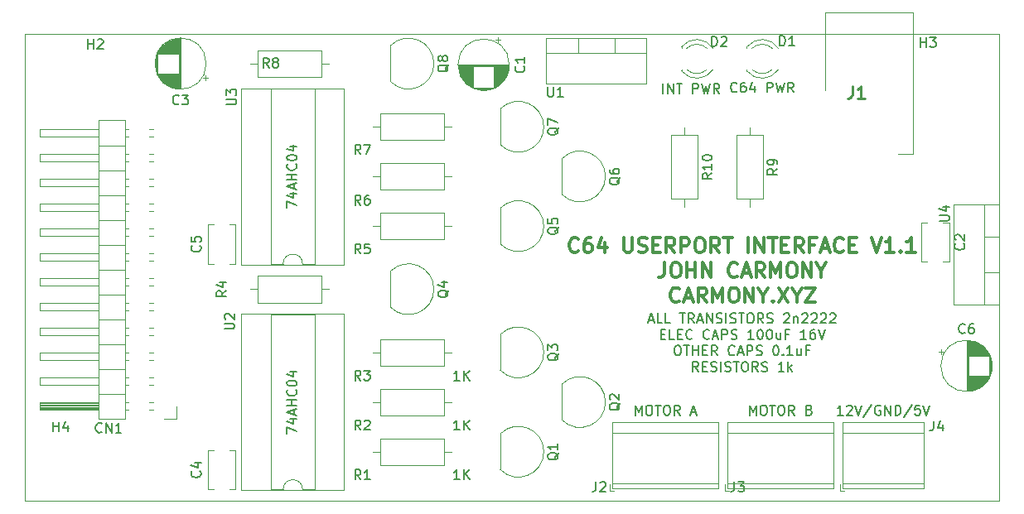
<source format=gbr>
%TF.GenerationSoftware,KiCad,Pcbnew,(5.1.9)-1*%
%TF.CreationDate,2021-05-06T15:16:17-04:00*%
%TF.ProjectId,c64interface,63363469-6e74-4657-9266-6163652e6b69,rev?*%
%TF.SameCoordinates,Original*%
%TF.FileFunction,Legend,Top*%
%TF.FilePolarity,Positive*%
%FSLAX46Y46*%
G04 Gerber Fmt 4.6, Leading zero omitted, Abs format (unit mm)*
G04 Created by KiCad (PCBNEW (5.1.9)-1) date 2021-05-06 15:16:17*
%MOMM*%
%LPD*%
G01*
G04 APERTURE LIST*
%ADD10C,0.120000*%
%ADD11C,0.300000*%
%ADD12C,0.150000*%
%ADD13C,0.100000*%
%ADD14C,0.254000*%
G04 APERTURE END LIST*
D10*
X40259000Y-86420960D02*
X139840000Y-86420000D01*
X40260000Y-134210000D02*
X40259000Y-86420960D01*
D11*
X96801500Y-108633194D02*
X96730071Y-108704622D01*
X96515785Y-108776051D01*
X96372928Y-108776051D01*
X96158642Y-108704622D01*
X96015785Y-108561765D01*
X95944357Y-108418908D01*
X95872928Y-108133194D01*
X95872928Y-107918908D01*
X95944357Y-107633194D01*
X96015785Y-107490337D01*
X96158642Y-107347480D01*
X96372928Y-107276051D01*
X96515785Y-107276051D01*
X96730071Y-107347480D01*
X96801500Y-107418908D01*
X98087214Y-107276051D02*
X97801500Y-107276051D01*
X97658642Y-107347480D01*
X97587214Y-107418908D01*
X97444357Y-107633194D01*
X97372928Y-107918908D01*
X97372928Y-108490337D01*
X97444357Y-108633194D01*
X97515785Y-108704622D01*
X97658642Y-108776051D01*
X97944357Y-108776051D01*
X98087214Y-108704622D01*
X98158642Y-108633194D01*
X98230071Y-108490337D01*
X98230071Y-108133194D01*
X98158642Y-107990337D01*
X98087214Y-107918908D01*
X97944357Y-107847480D01*
X97658642Y-107847480D01*
X97515785Y-107918908D01*
X97444357Y-107990337D01*
X97372928Y-108133194D01*
X99515785Y-107776051D02*
X99515785Y-108776051D01*
X99158642Y-107204622D02*
X98801500Y-108276051D01*
X99730071Y-108276051D01*
X101444357Y-107276051D02*
X101444357Y-108490337D01*
X101515785Y-108633194D01*
X101587214Y-108704622D01*
X101730071Y-108776051D01*
X102015785Y-108776051D01*
X102158642Y-108704622D01*
X102230071Y-108633194D01*
X102301500Y-108490337D01*
X102301500Y-107276051D01*
X102944357Y-108704622D02*
X103158642Y-108776051D01*
X103515785Y-108776051D01*
X103658642Y-108704622D01*
X103730071Y-108633194D01*
X103801500Y-108490337D01*
X103801500Y-108347480D01*
X103730071Y-108204622D01*
X103658642Y-108133194D01*
X103515785Y-108061765D01*
X103230071Y-107990337D01*
X103087214Y-107918908D01*
X103015785Y-107847480D01*
X102944357Y-107704622D01*
X102944357Y-107561765D01*
X103015785Y-107418908D01*
X103087214Y-107347480D01*
X103230071Y-107276051D01*
X103587214Y-107276051D01*
X103801500Y-107347480D01*
X104444357Y-107990337D02*
X104944357Y-107990337D01*
X105158642Y-108776051D02*
X104444357Y-108776051D01*
X104444357Y-107276051D01*
X105158642Y-107276051D01*
X106658642Y-108776051D02*
X106158642Y-108061765D01*
X105801500Y-108776051D02*
X105801500Y-107276051D01*
X106372928Y-107276051D01*
X106515785Y-107347480D01*
X106587214Y-107418908D01*
X106658642Y-107561765D01*
X106658642Y-107776051D01*
X106587214Y-107918908D01*
X106515785Y-107990337D01*
X106372928Y-108061765D01*
X105801500Y-108061765D01*
X107301500Y-108776051D02*
X107301500Y-107276051D01*
X107872928Y-107276051D01*
X108015785Y-107347480D01*
X108087214Y-107418908D01*
X108158642Y-107561765D01*
X108158642Y-107776051D01*
X108087214Y-107918908D01*
X108015785Y-107990337D01*
X107872928Y-108061765D01*
X107301500Y-108061765D01*
X109087214Y-107276051D02*
X109372928Y-107276051D01*
X109515785Y-107347480D01*
X109658642Y-107490337D01*
X109730071Y-107776051D01*
X109730071Y-108276051D01*
X109658642Y-108561765D01*
X109515785Y-108704622D01*
X109372928Y-108776051D01*
X109087214Y-108776051D01*
X108944357Y-108704622D01*
X108801500Y-108561765D01*
X108730071Y-108276051D01*
X108730071Y-107776051D01*
X108801500Y-107490337D01*
X108944357Y-107347480D01*
X109087214Y-107276051D01*
X111230071Y-108776051D02*
X110730071Y-108061765D01*
X110372928Y-108776051D02*
X110372928Y-107276051D01*
X110944357Y-107276051D01*
X111087214Y-107347480D01*
X111158642Y-107418908D01*
X111230071Y-107561765D01*
X111230071Y-107776051D01*
X111158642Y-107918908D01*
X111087214Y-107990337D01*
X110944357Y-108061765D01*
X110372928Y-108061765D01*
X111658642Y-107276051D02*
X112515785Y-107276051D01*
X112087214Y-108776051D02*
X112087214Y-107276051D01*
X114158642Y-108776051D02*
X114158642Y-107276051D01*
X114872928Y-108776051D02*
X114872928Y-107276051D01*
X115730071Y-108776051D01*
X115730071Y-107276051D01*
X116230071Y-107276051D02*
X117087214Y-107276051D01*
X116658642Y-108776051D02*
X116658642Y-107276051D01*
X117587214Y-107990337D02*
X118087214Y-107990337D01*
X118301499Y-108776051D02*
X117587214Y-108776051D01*
X117587214Y-107276051D01*
X118301499Y-107276051D01*
X119801499Y-108776051D02*
X119301499Y-108061765D01*
X118944357Y-108776051D02*
X118944357Y-107276051D01*
X119515785Y-107276051D01*
X119658642Y-107347480D01*
X119730071Y-107418908D01*
X119801499Y-107561765D01*
X119801499Y-107776051D01*
X119730071Y-107918908D01*
X119658642Y-107990337D01*
X119515785Y-108061765D01*
X118944357Y-108061765D01*
X120944357Y-107990337D02*
X120444357Y-107990337D01*
X120444357Y-108776051D02*
X120444357Y-107276051D01*
X121158642Y-107276051D01*
X121658642Y-108347480D02*
X122372928Y-108347480D01*
X121515785Y-108776051D02*
X122015785Y-107276051D01*
X122515785Y-108776051D01*
X123872928Y-108633194D02*
X123801500Y-108704622D01*
X123587214Y-108776051D01*
X123444357Y-108776051D01*
X123230071Y-108704622D01*
X123087214Y-108561765D01*
X123015785Y-108418908D01*
X122944357Y-108133194D01*
X122944357Y-107918908D01*
X123015785Y-107633194D01*
X123087214Y-107490337D01*
X123230071Y-107347480D01*
X123444357Y-107276051D01*
X123587214Y-107276051D01*
X123801500Y-107347480D01*
X123872928Y-107418908D01*
X124515785Y-107990337D02*
X125015785Y-107990337D01*
X125230071Y-108776051D02*
X124515785Y-108776051D01*
X124515785Y-107276051D01*
X125230071Y-107276051D01*
X126801500Y-107276051D02*
X127301500Y-108776051D01*
X127801500Y-107276051D01*
X129087214Y-108776051D02*
X128230071Y-108776051D01*
X128658642Y-108776051D02*
X128658642Y-107276051D01*
X128515785Y-107490337D01*
X128372928Y-107633194D01*
X128230071Y-107704622D01*
X129730071Y-108633194D02*
X129801500Y-108704622D01*
X129730071Y-108776051D01*
X129658642Y-108704622D01*
X129730071Y-108633194D01*
X129730071Y-108776051D01*
X131230071Y-108776051D02*
X130372928Y-108776051D01*
X130801500Y-108776051D02*
X130801500Y-107276051D01*
X130658642Y-107490337D01*
X130515785Y-107633194D01*
X130372928Y-107704622D01*
X105622928Y-109826051D02*
X105622928Y-110897480D01*
X105551500Y-111111765D01*
X105408642Y-111254622D01*
X105194357Y-111326051D01*
X105051500Y-111326051D01*
X106622928Y-109826051D02*
X106908642Y-109826051D01*
X107051500Y-109897480D01*
X107194357Y-110040337D01*
X107265785Y-110326051D01*
X107265785Y-110826051D01*
X107194357Y-111111765D01*
X107051500Y-111254622D01*
X106908642Y-111326051D01*
X106622928Y-111326051D01*
X106480071Y-111254622D01*
X106337214Y-111111765D01*
X106265785Y-110826051D01*
X106265785Y-110326051D01*
X106337214Y-110040337D01*
X106480071Y-109897480D01*
X106622928Y-109826051D01*
X107908642Y-111326051D02*
X107908642Y-109826051D01*
X107908642Y-110540337D02*
X108765785Y-110540337D01*
X108765785Y-111326051D02*
X108765785Y-109826051D01*
X109480071Y-111326051D02*
X109480071Y-109826051D01*
X110337214Y-111326051D01*
X110337214Y-109826051D01*
X113051500Y-111183194D02*
X112980071Y-111254622D01*
X112765785Y-111326051D01*
X112622928Y-111326051D01*
X112408642Y-111254622D01*
X112265785Y-111111765D01*
X112194357Y-110968908D01*
X112122928Y-110683194D01*
X112122928Y-110468908D01*
X112194357Y-110183194D01*
X112265785Y-110040337D01*
X112408642Y-109897480D01*
X112622928Y-109826051D01*
X112765785Y-109826051D01*
X112980071Y-109897480D01*
X113051500Y-109968908D01*
X113622928Y-110897480D02*
X114337214Y-110897480D01*
X113480071Y-111326051D02*
X113980071Y-109826051D01*
X114480071Y-111326051D01*
X115837214Y-111326051D02*
X115337214Y-110611765D01*
X114980071Y-111326051D02*
X114980071Y-109826051D01*
X115551500Y-109826051D01*
X115694357Y-109897480D01*
X115765785Y-109968908D01*
X115837214Y-110111765D01*
X115837214Y-110326051D01*
X115765785Y-110468908D01*
X115694357Y-110540337D01*
X115551500Y-110611765D01*
X114980071Y-110611765D01*
X116480071Y-111326051D02*
X116480071Y-109826051D01*
X116980071Y-110897480D01*
X117480071Y-109826051D01*
X117480071Y-111326051D01*
X118480071Y-109826051D02*
X118765785Y-109826051D01*
X118908642Y-109897480D01*
X119051500Y-110040337D01*
X119122928Y-110326051D01*
X119122928Y-110826051D01*
X119051500Y-111111765D01*
X118908642Y-111254622D01*
X118765785Y-111326051D01*
X118480071Y-111326051D01*
X118337214Y-111254622D01*
X118194357Y-111111765D01*
X118122928Y-110826051D01*
X118122928Y-110326051D01*
X118194357Y-110040337D01*
X118337214Y-109897480D01*
X118480071Y-109826051D01*
X119765785Y-111326051D02*
X119765785Y-109826051D01*
X120622928Y-111326051D01*
X120622928Y-109826051D01*
X121622928Y-110611765D02*
X121622928Y-111326051D01*
X121122928Y-109826051D02*
X121622928Y-110611765D01*
X122122928Y-109826051D01*
X107122928Y-113733194D02*
X107051500Y-113804622D01*
X106837214Y-113876051D01*
X106694357Y-113876051D01*
X106480071Y-113804622D01*
X106337214Y-113661765D01*
X106265785Y-113518908D01*
X106194357Y-113233194D01*
X106194357Y-113018908D01*
X106265785Y-112733194D01*
X106337214Y-112590337D01*
X106480071Y-112447480D01*
X106694357Y-112376051D01*
X106837214Y-112376051D01*
X107051500Y-112447480D01*
X107122928Y-112518908D01*
X107694357Y-113447480D02*
X108408642Y-113447480D01*
X107551500Y-113876051D02*
X108051500Y-112376051D01*
X108551500Y-113876051D01*
X109908642Y-113876051D02*
X109408642Y-113161765D01*
X109051500Y-113876051D02*
X109051500Y-112376051D01*
X109622928Y-112376051D01*
X109765785Y-112447480D01*
X109837214Y-112518908D01*
X109908642Y-112661765D01*
X109908642Y-112876051D01*
X109837214Y-113018908D01*
X109765785Y-113090337D01*
X109622928Y-113161765D01*
X109051500Y-113161765D01*
X110551500Y-113876051D02*
X110551500Y-112376051D01*
X111051500Y-113447480D01*
X111551500Y-112376051D01*
X111551500Y-113876051D01*
X112551500Y-112376051D02*
X112837214Y-112376051D01*
X112980071Y-112447480D01*
X113122928Y-112590337D01*
X113194357Y-112876051D01*
X113194357Y-113376051D01*
X113122928Y-113661765D01*
X112980071Y-113804622D01*
X112837214Y-113876051D01*
X112551500Y-113876051D01*
X112408642Y-113804622D01*
X112265785Y-113661765D01*
X112194357Y-113376051D01*
X112194357Y-112876051D01*
X112265785Y-112590337D01*
X112408642Y-112447480D01*
X112551500Y-112376051D01*
X113837214Y-113876051D02*
X113837214Y-112376051D01*
X114694357Y-113876051D01*
X114694357Y-112376051D01*
X115694357Y-113161765D02*
X115694357Y-113876051D01*
X115194357Y-112376051D02*
X115694357Y-113161765D01*
X116194357Y-112376051D01*
X116694357Y-113733194D02*
X116765785Y-113804622D01*
X116694357Y-113876051D01*
X116622928Y-113804622D01*
X116694357Y-113733194D01*
X116694357Y-113876051D01*
X117265785Y-112376051D02*
X118265785Y-113876051D01*
X118265785Y-112376051D02*
X117265785Y-113876051D01*
X119122928Y-113161765D02*
X119122928Y-113876051D01*
X118622928Y-112376051D02*
X119122928Y-113161765D01*
X119622928Y-112376051D01*
X119980071Y-112376051D02*
X120980071Y-112376051D01*
X119980071Y-113876051D01*
X120980071Y-113876051D01*
D12*
X104003880Y-115705146D02*
X104480071Y-115705146D01*
X103908642Y-115990860D02*
X104241976Y-114990860D01*
X104575309Y-115990860D01*
X105384833Y-115990860D02*
X104908642Y-115990860D01*
X104908642Y-114990860D01*
X106194357Y-115990860D02*
X105718166Y-115990860D01*
X105718166Y-114990860D01*
X107146738Y-114990860D02*
X107718166Y-114990860D01*
X107432452Y-115990860D02*
X107432452Y-114990860D01*
X108622928Y-115990860D02*
X108289595Y-115514670D01*
X108051500Y-115990860D02*
X108051500Y-114990860D01*
X108432452Y-114990860D01*
X108527690Y-115038480D01*
X108575309Y-115086099D01*
X108622928Y-115181337D01*
X108622928Y-115324194D01*
X108575309Y-115419432D01*
X108527690Y-115467051D01*
X108432452Y-115514670D01*
X108051500Y-115514670D01*
X109003880Y-115705146D02*
X109480071Y-115705146D01*
X108908642Y-115990860D02*
X109241976Y-114990860D01*
X109575309Y-115990860D01*
X109908642Y-115990860D02*
X109908642Y-114990860D01*
X110480071Y-115990860D01*
X110480071Y-114990860D01*
X110908642Y-115943241D02*
X111051500Y-115990860D01*
X111289595Y-115990860D01*
X111384833Y-115943241D01*
X111432452Y-115895622D01*
X111480071Y-115800384D01*
X111480071Y-115705146D01*
X111432452Y-115609908D01*
X111384833Y-115562289D01*
X111289595Y-115514670D01*
X111099119Y-115467051D01*
X111003880Y-115419432D01*
X110956261Y-115371813D01*
X110908642Y-115276575D01*
X110908642Y-115181337D01*
X110956261Y-115086099D01*
X111003880Y-115038480D01*
X111099119Y-114990860D01*
X111337214Y-114990860D01*
X111480071Y-115038480D01*
X111908642Y-115990860D02*
X111908642Y-114990860D01*
X112337214Y-115943241D02*
X112480071Y-115990860D01*
X112718166Y-115990860D01*
X112813404Y-115943241D01*
X112861023Y-115895622D01*
X112908642Y-115800384D01*
X112908642Y-115705146D01*
X112861023Y-115609908D01*
X112813404Y-115562289D01*
X112718166Y-115514670D01*
X112527690Y-115467051D01*
X112432452Y-115419432D01*
X112384833Y-115371813D01*
X112337214Y-115276575D01*
X112337214Y-115181337D01*
X112384833Y-115086099D01*
X112432452Y-115038480D01*
X112527690Y-114990860D01*
X112765785Y-114990860D01*
X112908642Y-115038480D01*
X113194357Y-114990860D02*
X113765785Y-114990860D01*
X113480071Y-115990860D02*
X113480071Y-114990860D01*
X114289595Y-114990860D02*
X114480071Y-114990860D01*
X114575309Y-115038480D01*
X114670547Y-115133718D01*
X114718166Y-115324194D01*
X114718166Y-115657527D01*
X114670547Y-115848003D01*
X114575309Y-115943241D01*
X114480071Y-115990860D01*
X114289595Y-115990860D01*
X114194357Y-115943241D01*
X114099119Y-115848003D01*
X114051500Y-115657527D01*
X114051500Y-115324194D01*
X114099119Y-115133718D01*
X114194357Y-115038480D01*
X114289595Y-114990860D01*
X115718166Y-115990860D02*
X115384833Y-115514670D01*
X115146738Y-115990860D02*
X115146738Y-114990860D01*
X115527690Y-114990860D01*
X115622928Y-115038480D01*
X115670547Y-115086099D01*
X115718166Y-115181337D01*
X115718166Y-115324194D01*
X115670547Y-115419432D01*
X115622928Y-115467051D01*
X115527690Y-115514670D01*
X115146738Y-115514670D01*
X116099119Y-115943241D02*
X116241976Y-115990860D01*
X116480071Y-115990860D01*
X116575309Y-115943241D01*
X116622928Y-115895622D01*
X116670547Y-115800384D01*
X116670547Y-115705146D01*
X116622928Y-115609908D01*
X116575309Y-115562289D01*
X116480071Y-115514670D01*
X116289595Y-115467051D01*
X116194357Y-115419432D01*
X116146738Y-115371813D01*
X116099119Y-115276575D01*
X116099119Y-115181337D01*
X116146738Y-115086099D01*
X116194357Y-115038480D01*
X116289595Y-114990860D01*
X116527690Y-114990860D01*
X116670547Y-115038480D01*
X117813404Y-115086099D02*
X117861023Y-115038480D01*
X117956261Y-114990860D01*
X118194357Y-114990860D01*
X118289595Y-115038480D01*
X118337214Y-115086099D01*
X118384833Y-115181337D01*
X118384833Y-115276575D01*
X118337214Y-115419432D01*
X117765785Y-115990860D01*
X118384833Y-115990860D01*
X118813404Y-115324194D02*
X118813404Y-115990860D01*
X118813404Y-115419432D02*
X118861023Y-115371813D01*
X118956261Y-115324194D01*
X119099119Y-115324194D01*
X119194357Y-115371813D01*
X119241976Y-115467051D01*
X119241976Y-115990860D01*
X119670547Y-115086099D02*
X119718166Y-115038480D01*
X119813404Y-114990860D01*
X120051500Y-114990860D01*
X120146738Y-115038480D01*
X120194357Y-115086099D01*
X120241976Y-115181337D01*
X120241976Y-115276575D01*
X120194357Y-115419432D01*
X119622928Y-115990860D01*
X120241976Y-115990860D01*
X120622928Y-115086099D02*
X120670547Y-115038480D01*
X120765785Y-114990860D01*
X121003880Y-114990860D01*
X121099119Y-115038480D01*
X121146738Y-115086099D01*
X121194357Y-115181337D01*
X121194357Y-115276575D01*
X121146738Y-115419432D01*
X120575309Y-115990860D01*
X121194357Y-115990860D01*
X121575309Y-115086099D02*
X121622928Y-115038480D01*
X121718166Y-114990860D01*
X121956261Y-114990860D01*
X122051500Y-115038480D01*
X122099119Y-115086099D01*
X122146738Y-115181337D01*
X122146738Y-115276575D01*
X122099119Y-115419432D01*
X121527690Y-115990860D01*
X122146738Y-115990860D01*
X122527690Y-115086099D02*
X122575309Y-115038480D01*
X122670547Y-114990860D01*
X122908642Y-114990860D01*
X123003880Y-115038480D01*
X123051500Y-115086099D01*
X123099119Y-115181337D01*
X123099119Y-115276575D01*
X123051500Y-115419432D01*
X122480071Y-115990860D01*
X123099119Y-115990860D01*
X105241976Y-117117051D02*
X105575309Y-117117051D01*
X105718166Y-117640860D02*
X105241976Y-117640860D01*
X105241976Y-116640860D01*
X105718166Y-116640860D01*
X106622928Y-117640860D02*
X106146738Y-117640860D01*
X106146738Y-116640860D01*
X106956261Y-117117051D02*
X107289595Y-117117051D01*
X107432452Y-117640860D02*
X106956261Y-117640860D01*
X106956261Y-116640860D01*
X107432452Y-116640860D01*
X108432452Y-117545622D02*
X108384833Y-117593241D01*
X108241976Y-117640860D01*
X108146738Y-117640860D01*
X108003880Y-117593241D01*
X107908642Y-117498003D01*
X107861023Y-117402765D01*
X107813404Y-117212289D01*
X107813404Y-117069432D01*
X107861023Y-116878956D01*
X107908642Y-116783718D01*
X108003880Y-116688480D01*
X108146738Y-116640860D01*
X108241976Y-116640860D01*
X108384833Y-116688480D01*
X108432452Y-116736099D01*
X110194357Y-117545622D02*
X110146738Y-117593241D01*
X110003880Y-117640860D01*
X109908642Y-117640860D01*
X109765785Y-117593241D01*
X109670547Y-117498003D01*
X109622928Y-117402765D01*
X109575309Y-117212289D01*
X109575309Y-117069432D01*
X109622928Y-116878956D01*
X109670547Y-116783718D01*
X109765785Y-116688480D01*
X109908642Y-116640860D01*
X110003880Y-116640860D01*
X110146738Y-116688480D01*
X110194357Y-116736099D01*
X110575309Y-117355146D02*
X111051500Y-117355146D01*
X110480071Y-117640860D02*
X110813404Y-116640860D01*
X111146738Y-117640860D01*
X111480071Y-117640860D02*
X111480071Y-116640860D01*
X111861023Y-116640860D01*
X111956261Y-116688480D01*
X112003880Y-116736099D01*
X112051500Y-116831337D01*
X112051500Y-116974194D01*
X112003880Y-117069432D01*
X111956261Y-117117051D01*
X111861023Y-117164670D01*
X111480071Y-117164670D01*
X112432452Y-117593241D02*
X112575309Y-117640860D01*
X112813404Y-117640860D01*
X112908642Y-117593241D01*
X112956261Y-117545622D01*
X113003880Y-117450384D01*
X113003880Y-117355146D01*
X112956261Y-117259908D01*
X112908642Y-117212289D01*
X112813404Y-117164670D01*
X112622928Y-117117051D01*
X112527690Y-117069432D01*
X112480071Y-117021813D01*
X112432452Y-116926575D01*
X112432452Y-116831337D01*
X112480071Y-116736099D01*
X112527690Y-116688480D01*
X112622928Y-116640860D01*
X112861023Y-116640860D01*
X113003880Y-116688480D01*
X114718166Y-117640860D02*
X114146738Y-117640860D01*
X114432452Y-117640860D02*
X114432452Y-116640860D01*
X114337214Y-116783718D01*
X114241976Y-116878956D01*
X114146738Y-116926575D01*
X115337214Y-116640860D02*
X115432452Y-116640860D01*
X115527690Y-116688480D01*
X115575309Y-116736099D01*
X115622928Y-116831337D01*
X115670547Y-117021813D01*
X115670547Y-117259908D01*
X115622928Y-117450384D01*
X115575309Y-117545622D01*
X115527690Y-117593241D01*
X115432452Y-117640860D01*
X115337214Y-117640860D01*
X115241976Y-117593241D01*
X115194357Y-117545622D01*
X115146738Y-117450384D01*
X115099119Y-117259908D01*
X115099119Y-117021813D01*
X115146738Y-116831337D01*
X115194357Y-116736099D01*
X115241976Y-116688480D01*
X115337214Y-116640860D01*
X116289595Y-116640860D02*
X116384833Y-116640860D01*
X116480071Y-116688480D01*
X116527690Y-116736099D01*
X116575309Y-116831337D01*
X116622928Y-117021813D01*
X116622928Y-117259908D01*
X116575309Y-117450384D01*
X116527690Y-117545622D01*
X116480071Y-117593241D01*
X116384833Y-117640860D01*
X116289595Y-117640860D01*
X116194357Y-117593241D01*
X116146738Y-117545622D01*
X116099119Y-117450384D01*
X116051500Y-117259908D01*
X116051500Y-117021813D01*
X116099119Y-116831337D01*
X116146738Y-116736099D01*
X116194357Y-116688480D01*
X116289595Y-116640860D01*
X117480071Y-116974194D02*
X117480071Y-117640860D01*
X117051500Y-116974194D02*
X117051500Y-117498003D01*
X117099119Y-117593241D01*
X117194357Y-117640860D01*
X117337214Y-117640860D01*
X117432452Y-117593241D01*
X117480071Y-117545622D01*
X118289595Y-117117051D02*
X117956261Y-117117051D01*
X117956261Y-117640860D02*
X117956261Y-116640860D01*
X118432452Y-116640860D01*
X120099119Y-117640860D02*
X119527690Y-117640860D01*
X119813404Y-117640860D02*
X119813404Y-116640860D01*
X119718166Y-116783718D01*
X119622928Y-116878956D01*
X119527690Y-116926575D01*
X120956261Y-116640860D02*
X120765785Y-116640860D01*
X120670547Y-116688480D01*
X120622928Y-116736099D01*
X120527690Y-116878956D01*
X120480071Y-117069432D01*
X120480071Y-117450384D01*
X120527690Y-117545622D01*
X120575309Y-117593241D01*
X120670547Y-117640860D01*
X120861023Y-117640860D01*
X120956261Y-117593241D01*
X121003880Y-117545622D01*
X121051500Y-117450384D01*
X121051500Y-117212289D01*
X121003880Y-117117051D01*
X120956261Y-117069432D01*
X120861023Y-117021813D01*
X120670547Y-117021813D01*
X120575309Y-117069432D01*
X120527690Y-117117051D01*
X120480071Y-117212289D01*
X121337214Y-116640860D02*
X121670547Y-117640860D01*
X122003880Y-116640860D01*
X106861023Y-118290860D02*
X107051500Y-118290860D01*
X107146738Y-118338480D01*
X107241976Y-118433718D01*
X107289595Y-118624194D01*
X107289595Y-118957527D01*
X107241976Y-119148003D01*
X107146738Y-119243241D01*
X107051500Y-119290860D01*
X106861023Y-119290860D01*
X106765785Y-119243241D01*
X106670547Y-119148003D01*
X106622928Y-118957527D01*
X106622928Y-118624194D01*
X106670547Y-118433718D01*
X106765785Y-118338480D01*
X106861023Y-118290860D01*
X107575309Y-118290860D02*
X108146738Y-118290860D01*
X107861023Y-119290860D02*
X107861023Y-118290860D01*
X108480071Y-119290860D02*
X108480071Y-118290860D01*
X108480071Y-118767051D02*
X109051500Y-118767051D01*
X109051500Y-119290860D02*
X109051500Y-118290860D01*
X109527690Y-118767051D02*
X109861023Y-118767051D01*
X110003880Y-119290860D02*
X109527690Y-119290860D01*
X109527690Y-118290860D01*
X110003880Y-118290860D01*
X111003880Y-119290860D02*
X110670547Y-118814670D01*
X110432452Y-119290860D02*
X110432452Y-118290860D01*
X110813404Y-118290860D01*
X110908642Y-118338480D01*
X110956261Y-118386099D01*
X111003880Y-118481337D01*
X111003880Y-118624194D01*
X110956261Y-118719432D01*
X110908642Y-118767051D01*
X110813404Y-118814670D01*
X110432452Y-118814670D01*
X112765785Y-119195622D02*
X112718166Y-119243241D01*
X112575309Y-119290860D01*
X112480071Y-119290860D01*
X112337214Y-119243241D01*
X112241976Y-119148003D01*
X112194357Y-119052765D01*
X112146738Y-118862289D01*
X112146738Y-118719432D01*
X112194357Y-118528956D01*
X112241976Y-118433718D01*
X112337214Y-118338480D01*
X112480071Y-118290860D01*
X112575309Y-118290860D01*
X112718166Y-118338480D01*
X112765785Y-118386099D01*
X113146738Y-119005146D02*
X113622928Y-119005146D01*
X113051500Y-119290860D02*
X113384833Y-118290860D01*
X113718166Y-119290860D01*
X114051500Y-119290860D02*
X114051500Y-118290860D01*
X114432452Y-118290860D01*
X114527690Y-118338480D01*
X114575309Y-118386099D01*
X114622928Y-118481337D01*
X114622928Y-118624194D01*
X114575309Y-118719432D01*
X114527690Y-118767051D01*
X114432452Y-118814670D01*
X114051500Y-118814670D01*
X115003880Y-119243241D02*
X115146738Y-119290860D01*
X115384833Y-119290860D01*
X115480071Y-119243241D01*
X115527690Y-119195622D01*
X115575309Y-119100384D01*
X115575309Y-119005146D01*
X115527690Y-118909908D01*
X115480071Y-118862289D01*
X115384833Y-118814670D01*
X115194357Y-118767051D01*
X115099119Y-118719432D01*
X115051500Y-118671813D01*
X115003880Y-118576575D01*
X115003880Y-118481337D01*
X115051500Y-118386099D01*
X115099119Y-118338480D01*
X115194357Y-118290860D01*
X115432452Y-118290860D01*
X115575309Y-118338480D01*
X116956261Y-118290860D02*
X117051500Y-118290860D01*
X117146738Y-118338480D01*
X117194357Y-118386099D01*
X117241976Y-118481337D01*
X117289595Y-118671813D01*
X117289595Y-118909908D01*
X117241976Y-119100384D01*
X117194357Y-119195622D01*
X117146738Y-119243241D01*
X117051500Y-119290860D01*
X116956261Y-119290860D01*
X116861023Y-119243241D01*
X116813404Y-119195622D01*
X116765785Y-119100384D01*
X116718166Y-118909908D01*
X116718166Y-118671813D01*
X116765785Y-118481337D01*
X116813404Y-118386099D01*
X116861023Y-118338480D01*
X116956261Y-118290860D01*
X117718166Y-119195622D02*
X117765785Y-119243241D01*
X117718166Y-119290860D01*
X117670547Y-119243241D01*
X117718166Y-119195622D01*
X117718166Y-119290860D01*
X118718166Y-119290860D02*
X118146738Y-119290860D01*
X118432452Y-119290860D02*
X118432452Y-118290860D01*
X118337214Y-118433718D01*
X118241976Y-118528956D01*
X118146738Y-118576575D01*
X119575309Y-118624194D02*
X119575309Y-119290860D01*
X119146738Y-118624194D02*
X119146738Y-119148003D01*
X119194357Y-119243241D01*
X119289595Y-119290860D01*
X119432452Y-119290860D01*
X119527690Y-119243241D01*
X119575309Y-119195622D01*
X120384833Y-118767051D02*
X120051500Y-118767051D01*
X120051500Y-119290860D02*
X120051500Y-118290860D01*
X120527690Y-118290860D01*
X109075309Y-120940860D02*
X108741976Y-120464670D01*
X108503880Y-120940860D02*
X108503880Y-119940860D01*
X108884833Y-119940860D01*
X108980071Y-119988480D01*
X109027690Y-120036099D01*
X109075309Y-120131337D01*
X109075309Y-120274194D01*
X109027690Y-120369432D01*
X108980071Y-120417051D01*
X108884833Y-120464670D01*
X108503880Y-120464670D01*
X109503880Y-120417051D02*
X109837214Y-120417051D01*
X109980071Y-120940860D02*
X109503880Y-120940860D01*
X109503880Y-119940860D01*
X109980071Y-119940860D01*
X110361023Y-120893241D02*
X110503880Y-120940860D01*
X110741976Y-120940860D01*
X110837214Y-120893241D01*
X110884833Y-120845622D01*
X110932452Y-120750384D01*
X110932452Y-120655146D01*
X110884833Y-120559908D01*
X110837214Y-120512289D01*
X110741976Y-120464670D01*
X110551500Y-120417051D01*
X110456261Y-120369432D01*
X110408642Y-120321813D01*
X110361023Y-120226575D01*
X110361023Y-120131337D01*
X110408642Y-120036099D01*
X110456261Y-119988480D01*
X110551500Y-119940860D01*
X110789595Y-119940860D01*
X110932452Y-119988480D01*
X111361023Y-120940860D02*
X111361023Y-119940860D01*
X111789595Y-120893241D02*
X111932452Y-120940860D01*
X112170547Y-120940860D01*
X112265785Y-120893241D01*
X112313404Y-120845622D01*
X112361023Y-120750384D01*
X112361023Y-120655146D01*
X112313404Y-120559908D01*
X112265785Y-120512289D01*
X112170547Y-120464670D01*
X111980071Y-120417051D01*
X111884833Y-120369432D01*
X111837214Y-120321813D01*
X111789595Y-120226575D01*
X111789595Y-120131337D01*
X111837214Y-120036099D01*
X111884833Y-119988480D01*
X111980071Y-119940860D01*
X112218166Y-119940860D01*
X112361023Y-119988480D01*
X112646738Y-119940860D02*
X113218166Y-119940860D01*
X112932452Y-120940860D02*
X112932452Y-119940860D01*
X113741976Y-119940860D02*
X113932452Y-119940860D01*
X114027690Y-119988480D01*
X114122928Y-120083718D01*
X114170547Y-120274194D01*
X114170547Y-120607527D01*
X114122928Y-120798003D01*
X114027690Y-120893241D01*
X113932452Y-120940860D01*
X113741976Y-120940860D01*
X113646738Y-120893241D01*
X113551500Y-120798003D01*
X113503880Y-120607527D01*
X113503880Y-120274194D01*
X113551500Y-120083718D01*
X113646738Y-119988480D01*
X113741976Y-119940860D01*
X115170547Y-120940860D02*
X114837214Y-120464670D01*
X114599119Y-120940860D02*
X114599119Y-119940860D01*
X114980071Y-119940860D01*
X115075309Y-119988480D01*
X115122928Y-120036099D01*
X115170547Y-120131337D01*
X115170547Y-120274194D01*
X115122928Y-120369432D01*
X115075309Y-120417051D01*
X114980071Y-120464670D01*
X114599119Y-120464670D01*
X115551500Y-120893241D02*
X115694357Y-120940860D01*
X115932452Y-120940860D01*
X116027690Y-120893241D01*
X116075309Y-120845622D01*
X116122928Y-120750384D01*
X116122928Y-120655146D01*
X116075309Y-120559908D01*
X116027690Y-120512289D01*
X115932452Y-120464670D01*
X115741976Y-120417051D01*
X115646738Y-120369432D01*
X115599119Y-120321813D01*
X115551500Y-120226575D01*
X115551500Y-120131337D01*
X115599119Y-120036099D01*
X115646738Y-119988480D01*
X115741976Y-119940860D01*
X115980071Y-119940860D01*
X116122928Y-119988480D01*
X117837214Y-120940860D02*
X117265785Y-120940860D01*
X117551500Y-120940860D02*
X117551500Y-119940860D01*
X117456261Y-120083718D01*
X117361023Y-120178956D01*
X117265785Y-120226575D01*
X118265785Y-120940860D02*
X118265785Y-119940860D01*
X118361023Y-120559908D02*
X118646738Y-120940860D01*
X118646738Y-120274194D02*
X118265785Y-120655146D01*
D10*
X139840000Y-134210000D02*
X40260000Y-134210000D01*
X139840000Y-86420000D02*
X139840000Y-134210000D01*
D13*
%TO.C,J1*%
X122007000Y-84207500D02*
X122007000Y-92207500D01*
X131007000Y-84207500D02*
X122007000Y-84207500D01*
X131007000Y-98707500D02*
X131007000Y-84207500D01*
X130507000Y-98707500D02*
X131007000Y-98707500D01*
X129507000Y-98707500D02*
X130507000Y-98707500D01*
D10*
%TO.C,C6*%
X133919745Y-118640520D02*
X133919745Y-119140520D01*
X133669745Y-118890520D02*
X134169745Y-118890520D01*
X139075520Y-120081520D02*
X139075520Y-120649520D01*
X139035520Y-119847520D02*
X139035520Y-120883520D01*
X138995520Y-119688520D02*
X138995520Y-121042520D01*
X138955520Y-119560520D02*
X138955520Y-121170520D01*
X138915520Y-119450520D02*
X138915520Y-121280520D01*
X138875520Y-119354520D02*
X138875520Y-121376520D01*
X138835520Y-119267520D02*
X138835520Y-121463520D01*
X138795520Y-119187520D02*
X138795520Y-121543520D01*
X138755520Y-121405520D02*
X138755520Y-121616520D01*
X138755520Y-119114520D02*
X138755520Y-119325520D01*
X138715520Y-121405520D02*
X138715520Y-121684520D01*
X138715520Y-119046520D02*
X138715520Y-119325520D01*
X138675520Y-121405520D02*
X138675520Y-121748520D01*
X138675520Y-118982520D02*
X138675520Y-119325520D01*
X138635520Y-121405520D02*
X138635520Y-121808520D01*
X138635520Y-118922520D02*
X138635520Y-119325520D01*
X138595520Y-121405520D02*
X138595520Y-121865520D01*
X138595520Y-118865520D02*
X138595520Y-119325520D01*
X138555520Y-121405520D02*
X138555520Y-121919520D01*
X138555520Y-118811520D02*
X138555520Y-119325520D01*
X138515520Y-121405520D02*
X138515520Y-121970520D01*
X138515520Y-118760520D02*
X138515520Y-119325520D01*
X138475520Y-121405520D02*
X138475520Y-122018520D01*
X138475520Y-118712520D02*
X138475520Y-119325520D01*
X138435520Y-121405520D02*
X138435520Y-122064520D01*
X138435520Y-118666520D02*
X138435520Y-119325520D01*
X138395520Y-121405520D02*
X138395520Y-122108520D01*
X138395520Y-118622520D02*
X138395520Y-119325520D01*
X138355520Y-121405520D02*
X138355520Y-122150520D01*
X138355520Y-118580520D02*
X138355520Y-119325520D01*
X138315520Y-121405520D02*
X138315520Y-122191520D01*
X138315520Y-118539520D02*
X138315520Y-119325520D01*
X138275520Y-121405520D02*
X138275520Y-122229520D01*
X138275520Y-118501520D02*
X138275520Y-119325520D01*
X138235520Y-121405520D02*
X138235520Y-122266520D01*
X138235520Y-118464520D02*
X138235520Y-119325520D01*
X138195520Y-121405520D02*
X138195520Y-122302520D01*
X138195520Y-118428520D02*
X138195520Y-119325520D01*
X138155520Y-121405520D02*
X138155520Y-122336520D01*
X138155520Y-118394520D02*
X138155520Y-119325520D01*
X138115520Y-121405520D02*
X138115520Y-122369520D01*
X138115520Y-118361520D02*
X138115520Y-119325520D01*
X138075520Y-121405520D02*
X138075520Y-122400520D01*
X138075520Y-118330520D02*
X138075520Y-119325520D01*
X138035520Y-121405520D02*
X138035520Y-122430520D01*
X138035520Y-118300520D02*
X138035520Y-119325520D01*
X137995520Y-121405520D02*
X137995520Y-122460520D01*
X137995520Y-118270520D02*
X137995520Y-119325520D01*
X137955520Y-121405520D02*
X137955520Y-122487520D01*
X137955520Y-118243520D02*
X137955520Y-119325520D01*
X137915520Y-121405520D02*
X137915520Y-122514520D01*
X137915520Y-118216520D02*
X137915520Y-119325520D01*
X137875520Y-121405520D02*
X137875520Y-122540520D01*
X137875520Y-118190520D02*
X137875520Y-119325520D01*
X137835520Y-121405520D02*
X137835520Y-122565520D01*
X137835520Y-118165520D02*
X137835520Y-119325520D01*
X137795520Y-121405520D02*
X137795520Y-122589520D01*
X137795520Y-118141520D02*
X137795520Y-119325520D01*
X137755520Y-121405520D02*
X137755520Y-122612520D01*
X137755520Y-118118520D02*
X137755520Y-119325520D01*
X137715520Y-121405520D02*
X137715520Y-122633520D01*
X137715520Y-118097520D02*
X137715520Y-119325520D01*
X137675520Y-121405520D02*
X137675520Y-122655520D01*
X137675520Y-118075520D02*
X137675520Y-119325520D01*
X137635520Y-121405520D02*
X137635520Y-122675520D01*
X137635520Y-118055520D02*
X137635520Y-119325520D01*
X137595520Y-121405520D02*
X137595520Y-122694520D01*
X137595520Y-118036520D02*
X137595520Y-119325520D01*
X137555520Y-121405520D02*
X137555520Y-122713520D01*
X137555520Y-118017520D02*
X137555520Y-119325520D01*
X137515520Y-121405520D02*
X137515520Y-122730520D01*
X137515520Y-118000520D02*
X137515520Y-119325520D01*
X137475520Y-121405520D02*
X137475520Y-122747520D01*
X137475520Y-117983520D02*
X137475520Y-119325520D01*
X137435520Y-121405520D02*
X137435520Y-122763520D01*
X137435520Y-117967520D02*
X137435520Y-119325520D01*
X137395520Y-121405520D02*
X137395520Y-122779520D01*
X137395520Y-117951520D02*
X137395520Y-119325520D01*
X137355520Y-121405520D02*
X137355520Y-122793520D01*
X137355520Y-117937520D02*
X137355520Y-119325520D01*
X137315520Y-121405520D02*
X137315520Y-122807520D01*
X137315520Y-117923520D02*
X137315520Y-119325520D01*
X137275520Y-121405520D02*
X137275520Y-122820520D01*
X137275520Y-117910520D02*
X137275520Y-119325520D01*
X137235520Y-121405520D02*
X137235520Y-122833520D01*
X137235520Y-117897520D02*
X137235520Y-119325520D01*
X137195520Y-121405520D02*
X137195520Y-122845520D01*
X137195520Y-117885520D02*
X137195520Y-119325520D01*
X137154520Y-121405520D02*
X137154520Y-122856520D01*
X137154520Y-117874520D02*
X137154520Y-119325520D01*
X137114520Y-121405520D02*
X137114520Y-122866520D01*
X137114520Y-117864520D02*
X137114520Y-119325520D01*
X137074520Y-121405520D02*
X137074520Y-122876520D01*
X137074520Y-117854520D02*
X137074520Y-119325520D01*
X137034520Y-121405520D02*
X137034520Y-122885520D01*
X137034520Y-117845520D02*
X137034520Y-119325520D01*
X136994520Y-121405520D02*
X136994520Y-122893520D01*
X136994520Y-117837520D02*
X136994520Y-119325520D01*
X136954520Y-121405520D02*
X136954520Y-122901520D01*
X136954520Y-117829520D02*
X136954520Y-119325520D01*
X136914520Y-121405520D02*
X136914520Y-122908520D01*
X136914520Y-117822520D02*
X136914520Y-119325520D01*
X136874520Y-121405520D02*
X136874520Y-122915520D01*
X136874520Y-117815520D02*
X136874520Y-119325520D01*
X136834520Y-121405520D02*
X136834520Y-122921520D01*
X136834520Y-117809520D02*
X136834520Y-119325520D01*
X136794520Y-121405520D02*
X136794520Y-122926520D01*
X136794520Y-117804520D02*
X136794520Y-119325520D01*
X136754520Y-121405520D02*
X136754520Y-122930520D01*
X136754520Y-117800520D02*
X136754520Y-119325520D01*
X136714520Y-121405520D02*
X136714520Y-122934520D01*
X136714520Y-117796520D02*
X136714520Y-119325520D01*
X136674520Y-117792520D02*
X136674520Y-122938520D01*
X136634520Y-117789520D02*
X136634520Y-122941520D01*
X136594520Y-117787520D02*
X136594520Y-122943520D01*
X136554520Y-117786520D02*
X136554520Y-122944520D01*
X136514520Y-117785520D02*
X136514520Y-122945520D01*
X136474520Y-117785520D02*
X136474520Y-122945520D01*
X139094520Y-120365520D02*
G75*
G03*
X139094520Y-120365520I-2620000J0D01*
G01*
%TO.C,J4*%
X123555000Y-133114000D02*
X123955000Y-133114000D01*
X123555000Y-132474000D02*
X123555000Y-133114000D01*
X132115000Y-126134000D02*
X132115000Y-132874000D01*
X123795000Y-126134000D02*
X123795000Y-132874000D01*
X123795000Y-132874000D02*
X132115000Y-132874000D01*
X123795000Y-126134000D02*
X132115000Y-126134000D01*
X123795000Y-127254000D02*
X132115000Y-127254000D01*
X123795000Y-132354000D02*
X132115000Y-132354000D01*
%TO.C,U4*%
X139790000Y-110837000D02*
X138280000Y-110837000D01*
X139790000Y-107136000D02*
X138280000Y-107136000D01*
X138280000Y-103866000D02*
X138280000Y-114106000D01*
X139790000Y-114106000D02*
X135149000Y-114106000D01*
X139790000Y-103866000D02*
X135149000Y-103866000D01*
X135149000Y-103866000D02*
X135149000Y-114106000D01*
X139790000Y-103866000D02*
X139790000Y-114106000D01*
%TO.C,C3*%
X58708775Y-91175000D02*
X58708775Y-90675000D01*
X58958775Y-90925000D02*
X58458775Y-90925000D01*
X53553000Y-89734000D02*
X53553000Y-89166000D01*
X53593000Y-89968000D02*
X53593000Y-88932000D01*
X53633000Y-90127000D02*
X53633000Y-88773000D01*
X53673000Y-90255000D02*
X53673000Y-88645000D01*
X53713000Y-90365000D02*
X53713000Y-88535000D01*
X53753000Y-90461000D02*
X53753000Y-88439000D01*
X53793000Y-90548000D02*
X53793000Y-88352000D01*
X53833000Y-90628000D02*
X53833000Y-88272000D01*
X53873000Y-88410000D02*
X53873000Y-88199000D01*
X53873000Y-90701000D02*
X53873000Y-90490000D01*
X53913000Y-88410000D02*
X53913000Y-88131000D01*
X53913000Y-90769000D02*
X53913000Y-90490000D01*
X53953000Y-88410000D02*
X53953000Y-88067000D01*
X53953000Y-90833000D02*
X53953000Y-90490000D01*
X53993000Y-88410000D02*
X53993000Y-88007000D01*
X53993000Y-90893000D02*
X53993000Y-90490000D01*
X54033000Y-88410000D02*
X54033000Y-87950000D01*
X54033000Y-90950000D02*
X54033000Y-90490000D01*
X54073000Y-88410000D02*
X54073000Y-87896000D01*
X54073000Y-91004000D02*
X54073000Y-90490000D01*
X54113000Y-88410000D02*
X54113000Y-87845000D01*
X54113000Y-91055000D02*
X54113000Y-90490000D01*
X54153000Y-88410000D02*
X54153000Y-87797000D01*
X54153000Y-91103000D02*
X54153000Y-90490000D01*
X54193000Y-88410000D02*
X54193000Y-87751000D01*
X54193000Y-91149000D02*
X54193000Y-90490000D01*
X54233000Y-88410000D02*
X54233000Y-87707000D01*
X54233000Y-91193000D02*
X54233000Y-90490000D01*
X54273000Y-88410000D02*
X54273000Y-87665000D01*
X54273000Y-91235000D02*
X54273000Y-90490000D01*
X54313000Y-88410000D02*
X54313000Y-87624000D01*
X54313000Y-91276000D02*
X54313000Y-90490000D01*
X54353000Y-88410000D02*
X54353000Y-87586000D01*
X54353000Y-91314000D02*
X54353000Y-90490000D01*
X54393000Y-88410000D02*
X54393000Y-87549000D01*
X54393000Y-91351000D02*
X54393000Y-90490000D01*
X54433000Y-88410000D02*
X54433000Y-87513000D01*
X54433000Y-91387000D02*
X54433000Y-90490000D01*
X54473000Y-88410000D02*
X54473000Y-87479000D01*
X54473000Y-91421000D02*
X54473000Y-90490000D01*
X54513000Y-88410000D02*
X54513000Y-87446000D01*
X54513000Y-91454000D02*
X54513000Y-90490000D01*
X54553000Y-88410000D02*
X54553000Y-87415000D01*
X54553000Y-91485000D02*
X54553000Y-90490000D01*
X54593000Y-88410000D02*
X54593000Y-87385000D01*
X54593000Y-91515000D02*
X54593000Y-90490000D01*
X54633000Y-88410000D02*
X54633000Y-87355000D01*
X54633000Y-91545000D02*
X54633000Y-90490000D01*
X54673000Y-88410000D02*
X54673000Y-87328000D01*
X54673000Y-91572000D02*
X54673000Y-90490000D01*
X54713000Y-88410000D02*
X54713000Y-87301000D01*
X54713000Y-91599000D02*
X54713000Y-90490000D01*
X54753000Y-88410000D02*
X54753000Y-87275000D01*
X54753000Y-91625000D02*
X54753000Y-90490000D01*
X54793000Y-88410000D02*
X54793000Y-87250000D01*
X54793000Y-91650000D02*
X54793000Y-90490000D01*
X54833000Y-88410000D02*
X54833000Y-87226000D01*
X54833000Y-91674000D02*
X54833000Y-90490000D01*
X54873000Y-88410000D02*
X54873000Y-87203000D01*
X54873000Y-91697000D02*
X54873000Y-90490000D01*
X54913000Y-88410000D02*
X54913000Y-87182000D01*
X54913000Y-91718000D02*
X54913000Y-90490000D01*
X54953000Y-88410000D02*
X54953000Y-87160000D01*
X54953000Y-91740000D02*
X54953000Y-90490000D01*
X54993000Y-88410000D02*
X54993000Y-87140000D01*
X54993000Y-91760000D02*
X54993000Y-90490000D01*
X55033000Y-88410000D02*
X55033000Y-87121000D01*
X55033000Y-91779000D02*
X55033000Y-90490000D01*
X55073000Y-88410000D02*
X55073000Y-87102000D01*
X55073000Y-91798000D02*
X55073000Y-90490000D01*
X55113000Y-88410000D02*
X55113000Y-87085000D01*
X55113000Y-91815000D02*
X55113000Y-90490000D01*
X55153000Y-88410000D02*
X55153000Y-87068000D01*
X55153000Y-91832000D02*
X55153000Y-90490000D01*
X55193000Y-88410000D02*
X55193000Y-87052000D01*
X55193000Y-91848000D02*
X55193000Y-90490000D01*
X55233000Y-88410000D02*
X55233000Y-87036000D01*
X55233000Y-91864000D02*
X55233000Y-90490000D01*
X55273000Y-88410000D02*
X55273000Y-87022000D01*
X55273000Y-91878000D02*
X55273000Y-90490000D01*
X55313000Y-88410000D02*
X55313000Y-87008000D01*
X55313000Y-91892000D02*
X55313000Y-90490000D01*
X55353000Y-88410000D02*
X55353000Y-86995000D01*
X55353000Y-91905000D02*
X55353000Y-90490000D01*
X55393000Y-88410000D02*
X55393000Y-86982000D01*
X55393000Y-91918000D02*
X55393000Y-90490000D01*
X55433000Y-88410000D02*
X55433000Y-86970000D01*
X55433000Y-91930000D02*
X55433000Y-90490000D01*
X55474000Y-88410000D02*
X55474000Y-86959000D01*
X55474000Y-91941000D02*
X55474000Y-90490000D01*
X55514000Y-88410000D02*
X55514000Y-86949000D01*
X55514000Y-91951000D02*
X55514000Y-90490000D01*
X55554000Y-88410000D02*
X55554000Y-86939000D01*
X55554000Y-91961000D02*
X55554000Y-90490000D01*
X55594000Y-88410000D02*
X55594000Y-86930000D01*
X55594000Y-91970000D02*
X55594000Y-90490000D01*
X55634000Y-88410000D02*
X55634000Y-86922000D01*
X55634000Y-91978000D02*
X55634000Y-90490000D01*
X55674000Y-88410000D02*
X55674000Y-86914000D01*
X55674000Y-91986000D02*
X55674000Y-90490000D01*
X55714000Y-88410000D02*
X55714000Y-86907000D01*
X55714000Y-91993000D02*
X55714000Y-90490000D01*
X55754000Y-88410000D02*
X55754000Y-86900000D01*
X55754000Y-92000000D02*
X55754000Y-90490000D01*
X55794000Y-88410000D02*
X55794000Y-86894000D01*
X55794000Y-92006000D02*
X55794000Y-90490000D01*
X55834000Y-88410000D02*
X55834000Y-86889000D01*
X55834000Y-92011000D02*
X55834000Y-90490000D01*
X55874000Y-88410000D02*
X55874000Y-86885000D01*
X55874000Y-92015000D02*
X55874000Y-90490000D01*
X55914000Y-88410000D02*
X55914000Y-86881000D01*
X55914000Y-92019000D02*
X55914000Y-90490000D01*
X55954000Y-92023000D02*
X55954000Y-86877000D01*
X55994000Y-92026000D02*
X55994000Y-86874000D01*
X56034000Y-92028000D02*
X56034000Y-86872000D01*
X56074000Y-92029000D02*
X56074000Y-86871000D01*
X56114000Y-92030000D02*
X56114000Y-86870000D01*
X56154000Y-92030000D02*
X56154000Y-86870000D01*
X58774000Y-89450000D02*
G75*
G03*
X58774000Y-89450000I-2620000J0D01*
G01*
%TO.C,CN1*%
X50460000Y-125810000D02*
X50460000Y-95210000D01*
X50460000Y-95210000D02*
X47800000Y-95210000D01*
X47800000Y-95210000D02*
X47800000Y-125810000D01*
X47800000Y-125810000D02*
X50460000Y-125810000D01*
X47800000Y-124860000D02*
X41800000Y-124860000D01*
X41800000Y-124860000D02*
X41800000Y-124100000D01*
X41800000Y-124100000D02*
X47800000Y-124100000D01*
X47800000Y-124800000D02*
X41800000Y-124800000D01*
X47800000Y-124680000D02*
X41800000Y-124680000D01*
X47800000Y-124560000D02*
X41800000Y-124560000D01*
X47800000Y-124440000D02*
X41800000Y-124440000D01*
X47800000Y-124320000D02*
X41800000Y-124320000D01*
X47800000Y-124200000D02*
X41800000Y-124200000D01*
X50857071Y-124860000D02*
X50460000Y-124860000D01*
X50857071Y-124100000D02*
X50460000Y-124100000D01*
X53330000Y-124860000D02*
X52942929Y-124860000D01*
X53330000Y-124100000D02*
X52942929Y-124100000D01*
X50460000Y-123210000D02*
X47800000Y-123210000D01*
X47800000Y-122320000D02*
X41800000Y-122320000D01*
X41800000Y-122320000D02*
X41800000Y-121560000D01*
X41800000Y-121560000D02*
X47800000Y-121560000D01*
X50857071Y-122320000D02*
X50460000Y-122320000D01*
X50857071Y-121560000D02*
X50460000Y-121560000D01*
X53397071Y-122320000D02*
X52942929Y-122320000D01*
X53397071Y-121560000D02*
X52942929Y-121560000D01*
X50460000Y-120670000D02*
X47800000Y-120670000D01*
X47800000Y-119780000D02*
X41800000Y-119780000D01*
X41800000Y-119780000D02*
X41800000Y-119020000D01*
X41800000Y-119020000D02*
X47800000Y-119020000D01*
X50857071Y-119780000D02*
X50460000Y-119780000D01*
X50857071Y-119020000D02*
X50460000Y-119020000D01*
X53397071Y-119780000D02*
X52942929Y-119780000D01*
X53397071Y-119020000D02*
X52942929Y-119020000D01*
X50460000Y-118130000D02*
X47800000Y-118130000D01*
X47800000Y-117240000D02*
X41800000Y-117240000D01*
X41800000Y-117240000D02*
X41800000Y-116480000D01*
X41800000Y-116480000D02*
X47800000Y-116480000D01*
X50857071Y-117240000D02*
X50460000Y-117240000D01*
X50857071Y-116480000D02*
X50460000Y-116480000D01*
X53397071Y-117240000D02*
X52942929Y-117240000D01*
X53397071Y-116480000D02*
X52942929Y-116480000D01*
X50460000Y-115590000D02*
X47800000Y-115590000D01*
X47800000Y-114700000D02*
X41800000Y-114700000D01*
X41800000Y-114700000D02*
X41800000Y-113940000D01*
X41800000Y-113940000D02*
X47800000Y-113940000D01*
X50857071Y-114700000D02*
X50460000Y-114700000D01*
X50857071Y-113940000D02*
X50460000Y-113940000D01*
X53397071Y-114700000D02*
X52942929Y-114700000D01*
X53397071Y-113940000D02*
X52942929Y-113940000D01*
X50460000Y-113050000D02*
X47800000Y-113050000D01*
X47800000Y-112160000D02*
X41800000Y-112160000D01*
X41800000Y-112160000D02*
X41800000Y-111400000D01*
X41800000Y-111400000D02*
X47800000Y-111400000D01*
X50857071Y-112160000D02*
X50460000Y-112160000D01*
X50857071Y-111400000D02*
X50460000Y-111400000D01*
X53397071Y-112160000D02*
X52942929Y-112160000D01*
X53397071Y-111400000D02*
X52942929Y-111400000D01*
X50460000Y-110510000D02*
X47800000Y-110510000D01*
X47800000Y-109620000D02*
X41800000Y-109620000D01*
X41800000Y-109620000D02*
X41800000Y-108860000D01*
X41800000Y-108860000D02*
X47800000Y-108860000D01*
X50857071Y-109620000D02*
X50460000Y-109620000D01*
X50857071Y-108860000D02*
X50460000Y-108860000D01*
X53397071Y-109620000D02*
X52942929Y-109620000D01*
X53397071Y-108860000D02*
X52942929Y-108860000D01*
X50460000Y-107970000D02*
X47800000Y-107970000D01*
X47800000Y-107080000D02*
X41800000Y-107080000D01*
X41800000Y-107080000D02*
X41800000Y-106320000D01*
X41800000Y-106320000D02*
X47800000Y-106320000D01*
X50857071Y-107080000D02*
X50460000Y-107080000D01*
X50857071Y-106320000D02*
X50460000Y-106320000D01*
X53397071Y-107080000D02*
X52942929Y-107080000D01*
X53397071Y-106320000D02*
X52942929Y-106320000D01*
X50460000Y-105430000D02*
X47800000Y-105430000D01*
X47800000Y-104540000D02*
X41800000Y-104540000D01*
X41800000Y-104540000D02*
X41800000Y-103780000D01*
X41800000Y-103780000D02*
X47800000Y-103780000D01*
X50857071Y-104540000D02*
X50460000Y-104540000D01*
X50857071Y-103780000D02*
X50460000Y-103780000D01*
X53397071Y-104540000D02*
X52942929Y-104540000D01*
X53397071Y-103780000D02*
X52942929Y-103780000D01*
X50460000Y-102890000D02*
X47800000Y-102890000D01*
X47800000Y-102000000D02*
X41800000Y-102000000D01*
X41800000Y-102000000D02*
X41800000Y-101240000D01*
X41800000Y-101240000D02*
X47800000Y-101240000D01*
X50857071Y-102000000D02*
X50460000Y-102000000D01*
X50857071Y-101240000D02*
X50460000Y-101240000D01*
X53397071Y-102000000D02*
X52942929Y-102000000D01*
X53397071Y-101240000D02*
X52942929Y-101240000D01*
X50460000Y-100350000D02*
X47800000Y-100350000D01*
X47800000Y-99460000D02*
X41800000Y-99460000D01*
X41800000Y-99460000D02*
X41800000Y-98700000D01*
X41800000Y-98700000D02*
X47800000Y-98700000D01*
X50857071Y-99460000D02*
X50460000Y-99460000D01*
X50857071Y-98700000D02*
X50460000Y-98700000D01*
X53397071Y-99460000D02*
X52942929Y-99460000D01*
X53397071Y-98700000D02*
X52942929Y-98700000D01*
X50460000Y-97810000D02*
X47800000Y-97810000D01*
X47800000Y-96920000D02*
X41800000Y-96920000D01*
X41800000Y-96920000D02*
X41800000Y-96160000D01*
X41800000Y-96160000D02*
X47800000Y-96160000D01*
X50857071Y-96920000D02*
X50460000Y-96920000D01*
X50857071Y-96160000D02*
X50460000Y-96160000D01*
X53397071Y-96920000D02*
X52942929Y-96920000D01*
X53397071Y-96160000D02*
X52942929Y-96160000D01*
X55710000Y-124480000D02*
X55710000Y-125750000D01*
X55710000Y-125750000D02*
X54440000Y-125750000D01*
%TO.C,U3*%
X62380000Y-110003000D02*
X72880000Y-110003000D01*
X62380000Y-91983000D02*
X62380000Y-110003000D01*
X72880000Y-91983000D02*
X62380000Y-91983000D01*
X72880000Y-110003000D02*
X72880000Y-91983000D01*
X65380000Y-109943000D02*
X66630000Y-109943000D01*
X65380000Y-92043000D02*
X65380000Y-109943000D01*
X69880000Y-92043000D02*
X65380000Y-92043000D01*
X69880000Y-109943000D02*
X69880000Y-92043000D01*
X68630000Y-109943000D02*
X69880000Y-109943000D01*
X66630000Y-109943000D02*
G75*
G02*
X68630000Y-109943000I1000000J0D01*
G01*
%TO.C,U2*%
X62380000Y-133080000D02*
X72880000Y-133080000D01*
X62380000Y-115060000D02*
X62380000Y-133080000D01*
X72880000Y-115060000D02*
X62380000Y-115060000D01*
X72880000Y-133080000D02*
X72880000Y-115060000D01*
X65380000Y-133020000D02*
X66630000Y-133020000D01*
X65380000Y-115120000D02*
X65380000Y-133020000D01*
X69880000Y-115120000D02*
X65380000Y-115120000D01*
X69880000Y-133020000D02*
X69880000Y-115120000D01*
X68630000Y-133020000D02*
X69880000Y-133020000D01*
X66630000Y-133020000D02*
G75*
G02*
X68630000Y-133020000I1000000J0D01*
G01*
%TO.C,U1*%
X100494200Y-86850000D02*
X100494200Y-88360000D01*
X96793200Y-86850000D02*
X96793200Y-88360000D01*
X93523200Y-88360000D02*
X103763200Y-88360000D01*
X103763200Y-86850000D02*
X103763200Y-91491000D01*
X93523200Y-86850000D02*
X93523200Y-91491000D01*
X93523200Y-91491000D02*
X103763200Y-91491000D01*
X93523200Y-86850000D02*
X103763200Y-86850000D01*
%TO.C,R10*%
X107648000Y-104077500D02*
X107648000Y-103307500D01*
X107648000Y-95997500D02*
X107648000Y-96767500D01*
X109018000Y-103307500D02*
X109018000Y-96767500D01*
X106278000Y-103307500D02*
X109018000Y-103307500D01*
X106278000Y-96767500D02*
X106278000Y-103307500D01*
X109018000Y-96767500D02*
X106278000Y-96767500D01*
%TO.C,R9*%
X114322000Y-104077500D02*
X114322000Y-103307500D01*
X114322000Y-95997500D02*
X114322000Y-96767500D01*
X115692000Y-103307500D02*
X115692000Y-96767500D01*
X112952000Y-103307500D02*
X115692000Y-103307500D01*
X112952000Y-96767500D02*
X112952000Y-103307500D01*
X115692000Y-96767500D02*
X112952000Y-96767500D01*
%TO.C,R8*%
X63280000Y-89450000D02*
X64050000Y-89450000D01*
X71360000Y-89450000D02*
X70590000Y-89450000D01*
X64050000Y-90820000D02*
X70590000Y-90820000D01*
X64050000Y-88080000D02*
X64050000Y-90820000D01*
X70590000Y-88080000D02*
X64050000Y-88080000D01*
X70590000Y-90820000D02*
X70590000Y-88080000D01*
%TO.C,R7*%
X75770000Y-95913300D02*
X76540000Y-95913300D01*
X83850000Y-95913300D02*
X83080000Y-95913300D01*
X76540000Y-97283300D02*
X83080000Y-97283300D01*
X76540000Y-94543300D02*
X76540000Y-97283300D01*
X83080000Y-94543300D02*
X76540000Y-94543300D01*
X83080000Y-97283300D02*
X83080000Y-94543300D01*
%TO.C,R6*%
X75770000Y-100993000D02*
X76540000Y-100993000D01*
X83850000Y-100993000D02*
X83080000Y-100993000D01*
X76540000Y-102363000D02*
X83080000Y-102363000D01*
X76540000Y-99623000D02*
X76540000Y-102363000D01*
X83080000Y-99623000D02*
X76540000Y-99623000D01*
X83080000Y-102363000D02*
X83080000Y-99623000D01*
%TO.C,R5*%
X75770000Y-106073000D02*
X76540000Y-106073000D01*
X83850000Y-106073000D02*
X83080000Y-106073000D01*
X76540000Y-107443000D02*
X83080000Y-107443000D01*
X76540000Y-104703000D02*
X76540000Y-107443000D01*
X83080000Y-104703000D02*
X76540000Y-104703000D01*
X83080000Y-107443000D02*
X83080000Y-104703000D01*
%TO.C,R4*%
X63280000Y-112527000D02*
X64050000Y-112527000D01*
X71360000Y-112527000D02*
X70590000Y-112527000D01*
X64050000Y-113897000D02*
X70590000Y-113897000D01*
X64050000Y-111157000D02*
X64050000Y-113897000D01*
X70590000Y-111157000D02*
X64050000Y-111157000D01*
X70590000Y-113897000D02*
X70590000Y-111157000D01*
%TO.C,R3*%
X75770000Y-118990000D02*
X76540000Y-118990000D01*
X83850000Y-118990000D02*
X83080000Y-118990000D01*
X76540000Y-120360000D02*
X83080000Y-120360000D01*
X76540000Y-117620000D02*
X76540000Y-120360000D01*
X83080000Y-117620000D02*
X76540000Y-117620000D01*
X83080000Y-120360000D02*
X83080000Y-117620000D01*
%TO.C,R2*%
X75770000Y-124070000D02*
X76540000Y-124070000D01*
X83850000Y-124070000D02*
X83080000Y-124070000D01*
X76540000Y-125440000D02*
X83080000Y-125440000D01*
X76540000Y-122700000D02*
X76540000Y-125440000D01*
X83080000Y-122700000D02*
X76540000Y-122700000D01*
X83080000Y-125440000D02*
X83080000Y-122700000D01*
%TO.C,R1*%
X75770000Y-129150000D02*
X76540000Y-129150000D01*
X83850000Y-129150000D02*
X83080000Y-129150000D01*
X76540000Y-130520000D02*
X83080000Y-130520000D01*
X76540000Y-127780000D02*
X76540000Y-130520000D01*
X83080000Y-127780000D02*
X76540000Y-127780000D01*
X83080000Y-130520000D02*
X83080000Y-127780000D01*
%TO.C,Q8*%
X77600000Y-87650000D02*
X77600000Y-91250000D01*
X77611522Y-91288478D02*
G75*
G03*
X82050000Y-89450000I1838478J1838478D01*
G01*
X77611522Y-87611522D02*
G75*
G02*
X82050000Y-89450000I1838478J-1838478D01*
G01*
%TO.C,Q7*%
X88830000Y-94113300D02*
X88830000Y-97713300D01*
X88841522Y-97751778D02*
G75*
G03*
X93280000Y-95913300I1838478J1838478D01*
G01*
X88841522Y-94074822D02*
G75*
G02*
X93280000Y-95913300I1838478J-1838478D01*
G01*
%TO.C,Q6*%
X95130000Y-99193300D02*
X95130000Y-102793300D01*
X95141522Y-102831778D02*
G75*
G03*
X99580000Y-100993300I1838478J1838478D01*
G01*
X95141522Y-99154822D02*
G75*
G02*
X99580000Y-100993300I1838478J-1838478D01*
G01*
%TO.C,Q5*%
X88830000Y-104273000D02*
X88830000Y-107873000D01*
X88841522Y-107911478D02*
G75*
G03*
X93280000Y-106073000I1838478J1838478D01*
G01*
X88841522Y-104234522D02*
G75*
G02*
X93280000Y-106073000I1838478J-1838478D01*
G01*
%TO.C,Q4*%
X77600000Y-110730000D02*
X77600000Y-114330000D01*
X77611522Y-114368478D02*
G75*
G03*
X82050000Y-112530000I1838478J1838478D01*
G01*
X77611522Y-110691522D02*
G75*
G02*
X82050000Y-112530000I1838478J-1838478D01*
G01*
%TO.C,Q3*%
X88830000Y-117190000D02*
X88830000Y-120790000D01*
X88841522Y-120828478D02*
G75*
G03*
X93280000Y-118990000I1838478J1838478D01*
G01*
X88841522Y-117151522D02*
G75*
G02*
X93280000Y-118990000I1838478J-1838478D01*
G01*
%TO.C,Q2*%
X95130000Y-122270000D02*
X95130000Y-125870000D01*
X95141522Y-125908478D02*
G75*
G03*
X99580000Y-124070000I1838478J1838478D01*
G01*
X95141522Y-122231522D02*
G75*
G02*
X99580000Y-124070000I1838478J-1838478D01*
G01*
%TO.C,Q1*%
X88830000Y-127350000D02*
X88830000Y-130950000D01*
X88841522Y-130988478D02*
G75*
G03*
X93280000Y-129150000I1838478J1838478D01*
G01*
X88841522Y-127311522D02*
G75*
G02*
X93280000Y-129150000I1838478J-1838478D01*
G01*
%TO.C,J3*%
X111785000Y-133114000D02*
X112185000Y-133114000D01*
X111785000Y-132474000D02*
X111785000Y-133114000D01*
X122886000Y-126134000D02*
X122886000Y-132874000D01*
X112025000Y-126134000D02*
X112025000Y-132874000D01*
X112025000Y-132874000D02*
X122886000Y-132874000D01*
X112025000Y-126134000D02*
X122886000Y-126134000D01*
X112025000Y-127254000D02*
X122886000Y-127254000D01*
X112025000Y-132354000D02*
X122886000Y-132354000D01*
%TO.C,J2*%
X100014000Y-133114000D02*
X100414000Y-133114000D01*
X100014000Y-132474000D02*
X100014000Y-133114000D01*
X111115000Y-126134000D02*
X111115000Y-132874000D01*
X100254000Y-126134000D02*
X100254000Y-132874000D01*
X100254000Y-132874000D02*
X111115000Y-132874000D01*
X100254000Y-126134000D02*
X111115000Y-126134000D01*
X100254000Y-127254000D02*
X111115000Y-127254000D01*
X100254000Y-132354000D02*
X111115000Y-132354000D01*
%TO.C,D2*%
X107358000Y-90050000D02*
X107358000Y-90206000D01*
X107358000Y-87734000D02*
X107358000Y-87890000D01*
X109959130Y-90049837D02*
G75*
G02*
X107877039Y-90050000I-1041130J1079837D01*
G01*
X109959130Y-87890163D02*
G75*
G03*
X107877039Y-87890000I-1041130J-1079837D01*
G01*
X110590335Y-90048608D02*
G75*
G02*
X107358000Y-90205516I-1672335J1078608D01*
G01*
X110590335Y-87891392D02*
G75*
G03*
X107358000Y-87734484I-1672335J-1078608D01*
G01*
%TO.C,D1*%
X114032000Y-90050000D02*
X114032000Y-90206000D01*
X114032000Y-87734000D02*
X114032000Y-87890000D01*
X116633130Y-90049837D02*
G75*
G02*
X114551039Y-90050000I-1041130J1079837D01*
G01*
X116633130Y-87890163D02*
G75*
G03*
X114551039Y-87890000I-1041130J-1079837D01*
G01*
X117264335Y-90048608D02*
G75*
G02*
X114032000Y-90205516I-1672335J1078608D01*
G01*
X117264335Y-87891392D02*
G75*
G03*
X114032000Y-87734484I-1672335J-1078608D01*
G01*
%TO.C,C5*%
X61135000Y-105893000D02*
X61760000Y-105893000D01*
X58920000Y-105893000D02*
X59545000Y-105893000D01*
X61135000Y-109933000D02*
X61760000Y-109933000D01*
X58920000Y-109933000D02*
X59545000Y-109933000D01*
X61760000Y-109933000D02*
X61760000Y-105893000D01*
X58920000Y-109933000D02*
X58920000Y-105893000D01*
%TO.C,C4*%
X61135000Y-128970000D02*
X61760000Y-128970000D01*
X58920000Y-128970000D02*
X59545000Y-128970000D01*
X61135000Y-133010000D02*
X61760000Y-133010000D01*
X58920000Y-133010000D02*
X59545000Y-133010000D01*
X61760000Y-133010000D02*
X61760000Y-128970000D01*
X58920000Y-133010000D02*
X58920000Y-128970000D01*
%TO.C,C2*%
X132484000Y-109732000D02*
X131859000Y-109732000D01*
X134699000Y-109732000D02*
X134074000Y-109732000D01*
X132484000Y-105692000D02*
X131859000Y-105692000D01*
X134699000Y-105692000D02*
X134074000Y-105692000D01*
X131859000Y-105692000D02*
X131859000Y-109732000D01*
X134699000Y-105692000D02*
X134699000Y-109732000D01*
%TO.C,C1*%
X88855000Y-87005025D02*
X88355000Y-87005025D01*
X88605000Y-86755025D02*
X88605000Y-87255025D01*
X87414000Y-92160800D02*
X86846000Y-92160800D01*
X87648000Y-92120800D02*
X86612000Y-92120800D01*
X87807000Y-92080800D02*
X86453000Y-92080800D01*
X87935000Y-92040800D02*
X86325000Y-92040800D01*
X88045000Y-92000800D02*
X86215000Y-92000800D01*
X88141000Y-91960800D02*
X86119000Y-91960800D01*
X88228000Y-91920800D02*
X86032000Y-91920800D01*
X88308000Y-91880800D02*
X85952000Y-91880800D01*
X86090000Y-91840800D02*
X85879000Y-91840800D01*
X88381000Y-91840800D02*
X88170000Y-91840800D01*
X86090000Y-91800800D02*
X85811000Y-91800800D01*
X88449000Y-91800800D02*
X88170000Y-91800800D01*
X86090000Y-91760800D02*
X85747000Y-91760800D01*
X88513000Y-91760800D02*
X88170000Y-91760800D01*
X86090000Y-91720800D02*
X85687000Y-91720800D01*
X88573000Y-91720800D02*
X88170000Y-91720800D01*
X86090000Y-91680800D02*
X85630000Y-91680800D01*
X88630000Y-91680800D02*
X88170000Y-91680800D01*
X86090000Y-91640800D02*
X85576000Y-91640800D01*
X88684000Y-91640800D02*
X88170000Y-91640800D01*
X86090000Y-91600800D02*
X85525000Y-91600800D01*
X88735000Y-91600800D02*
X88170000Y-91600800D01*
X86090000Y-91560800D02*
X85477000Y-91560800D01*
X88783000Y-91560800D02*
X88170000Y-91560800D01*
X86090000Y-91520800D02*
X85431000Y-91520800D01*
X88829000Y-91520800D02*
X88170000Y-91520800D01*
X86090000Y-91480800D02*
X85387000Y-91480800D01*
X88873000Y-91480800D02*
X88170000Y-91480800D01*
X86090000Y-91440800D02*
X85345000Y-91440800D01*
X88915000Y-91440800D02*
X88170000Y-91440800D01*
X86090000Y-91400800D02*
X85304000Y-91400800D01*
X88956000Y-91400800D02*
X88170000Y-91400800D01*
X86090000Y-91360800D02*
X85266000Y-91360800D01*
X88994000Y-91360800D02*
X88170000Y-91360800D01*
X86090000Y-91320800D02*
X85229000Y-91320800D01*
X89031000Y-91320800D02*
X88170000Y-91320800D01*
X86090000Y-91280800D02*
X85193000Y-91280800D01*
X89067000Y-91280800D02*
X88170000Y-91280800D01*
X86090000Y-91240800D02*
X85159000Y-91240800D01*
X89101000Y-91240800D02*
X88170000Y-91240800D01*
X86090000Y-91200800D02*
X85126000Y-91200800D01*
X89134000Y-91200800D02*
X88170000Y-91200800D01*
X86090000Y-91160800D02*
X85095000Y-91160800D01*
X89165000Y-91160800D02*
X88170000Y-91160800D01*
X86090000Y-91120800D02*
X85065000Y-91120800D01*
X89195000Y-91120800D02*
X88170000Y-91120800D01*
X86090000Y-91080800D02*
X85035000Y-91080800D01*
X89225000Y-91080800D02*
X88170000Y-91080800D01*
X86090000Y-91040800D02*
X85008000Y-91040800D01*
X89252000Y-91040800D02*
X88170000Y-91040800D01*
X86090000Y-91000800D02*
X84981000Y-91000800D01*
X89279000Y-91000800D02*
X88170000Y-91000800D01*
X86090000Y-90960800D02*
X84955000Y-90960800D01*
X89305000Y-90960800D02*
X88170000Y-90960800D01*
X86090000Y-90920800D02*
X84930000Y-90920800D01*
X89330000Y-90920800D02*
X88170000Y-90920800D01*
X86090000Y-90880800D02*
X84906000Y-90880800D01*
X89354000Y-90880800D02*
X88170000Y-90880800D01*
X86090000Y-90840800D02*
X84883000Y-90840800D01*
X89377000Y-90840800D02*
X88170000Y-90840800D01*
X86090000Y-90800800D02*
X84862000Y-90800800D01*
X89398000Y-90800800D02*
X88170000Y-90800800D01*
X86090000Y-90760800D02*
X84840000Y-90760800D01*
X89420000Y-90760800D02*
X88170000Y-90760800D01*
X86090000Y-90720800D02*
X84820000Y-90720800D01*
X89440000Y-90720800D02*
X88170000Y-90720800D01*
X86090000Y-90680800D02*
X84801000Y-90680800D01*
X89459000Y-90680800D02*
X88170000Y-90680800D01*
X86090000Y-90640800D02*
X84782000Y-90640800D01*
X89478000Y-90640800D02*
X88170000Y-90640800D01*
X86090000Y-90600800D02*
X84765000Y-90600800D01*
X89495000Y-90600800D02*
X88170000Y-90600800D01*
X86090000Y-90560800D02*
X84748000Y-90560800D01*
X89512000Y-90560800D02*
X88170000Y-90560800D01*
X86090000Y-90520800D02*
X84732000Y-90520800D01*
X89528000Y-90520800D02*
X88170000Y-90520800D01*
X86090000Y-90480800D02*
X84716000Y-90480800D01*
X89544000Y-90480800D02*
X88170000Y-90480800D01*
X86090000Y-90440800D02*
X84702000Y-90440800D01*
X89558000Y-90440800D02*
X88170000Y-90440800D01*
X86090000Y-90400800D02*
X84688000Y-90400800D01*
X89572000Y-90400800D02*
X88170000Y-90400800D01*
X86090000Y-90360800D02*
X84675000Y-90360800D01*
X89585000Y-90360800D02*
X88170000Y-90360800D01*
X86090000Y-90320800D02*
X84662000Y-90320800D01*
X89598000Y-90320800D02*
X88170000Y-90320800D01*
X86090000Y-90280800D02*
X84650000Y-90280800D01*
X89610000Y-90280800D02*
X88170000Y-90280800D01*
X86090000Y-90239800D02*
X84639000Y-90239800D01*
X89621000Y-90239800D02*
X88170000Y-90239800D01*
X86090000Y-90199800D02*
X84629000Y-90199800D01*
X89631000Y-90199800D02*
X88170000Y-90199800D01*
X86090000Y-90159800D02*
X84619000Y-90159800D01*
X89641000Y-90159800D02*
X88170000Y-90159800D01*
X86090000Y-90119800D02*
X84610000Y-90119800D01*
X89650000Y-90119800D02*
X88170000Y-90119800D01*
X86090000Y-90079800D02*
X84602000Y-90079800D01*
X89658000Y-90079800D02*
X88170000Y-90079800D01*
X86090000Y-90039800D02*
X84594000Y-90039800D01*
X89666000Y-90039800D02*
X88170000Y-90039800D01*
X86090000Y-89999800D02*
X84587000Y-89999800D01*
X89673000Y-89999800D02*
X88170000Y-89999800D01*
X86090000Y-89959800D02*
X84580000Y-89959800D01*
X89680000Y-89959800D02*
X88170000Y-89959800D01*
X86090000Y-89919800D02*
X84574000Y-89919800D01*
X89686000Y-89919800D02*
X88170000Y-89919800D01*
X86090000Y-89879800D02*
X84569000Y-89879800D01*
X89691000Y-89879800D02*
X88170000Y-89879800D01*
X86090000Y-89839800D02*
X84565000Y-89839800D01*
X89695000Y-89839800D02*
X88170000Y-89839800D01*
X86090000Y-89799800D02*
X84561000Y-89799800D01*
X89699000Y-89799800D02*
X88170000Y-89799800D01*
X89703000Y-89759800D02*
X84557000Y-89759800D01*
X89706000Y-89719800D02*
X84554000Y-89719800D01*
X89708000Y-89679800D02*
X84552000Y-89679800D01*
X89709000Y-89639800D02*
X84551000Y-89639800D01*
X89710000Y-89599800D02*
X84550000Y-89599800D01*
X89710000Y-89559800D02*
X84550000Y-89559800D01*
X89750000Y-89559800D02*
G75*
G03*
X89750000Y-89559800I-2620000J0D01*
G01*
%TO.C,J1*%
D14*
X124789666Y-91717023D02*
X124789666Y-92624166D01*
X124729190Y-92805595D01*
X124608238Y-92926547D01*
X124426809Y-92987023D01*
X124305857Y-92987023D01*
X126059666Y-92987023D02*
X125333952Y-92987023D01*
X125696809Y-92987023D02*
X125696809Y-91717023D01*
X125575857Y-91898452D01*
X125454904Y-92019404D01*
X125333952Y-92079880D01*
%TO.C,C6*%
D12*
X136307853Y-116972662D02*
X136260234Y-117020281D01*
X136117377Y-117067900D01*
X136022139Y-117067900D01*
X135879281Y-117020281D01*
X135784043Y-116925043D01*
X135736424Y-116829805D01*
X135688805Y-116639329D01*
X135688805Y-116496472D01*
X135736424Y-116305996D01*
X135784043Y-116210758D01*
X135879281Y-116115520D01*
X136022139Y-116067900D01*
X136117377Y-116067900D01*
X136260234Y-116115520D01*
X136307853Y-116163139D01*
X137164996Y-116067900D02*
X136974520Y-116067900D01*
X136879281Y-116115520D01*
X136831662Y-116163139D01*
X136736424Y-116305996D01*
X136688805Y-116496472D01*
X136688805Y-116877424D01*
X136736424Y-116972662D01*
X136784043Y-117020281D01*
X136879281Y-117067900D01*
X137069758Y-117067900D01*
X137164996Y-117020281D01*
X137212615Y-116972662D01*
X137260234Y-116877424D01*
X137260234Y-116639329D01*
X137212615Y-116544091D01*
X137164996Y-116496472D01*
X137069758Y-116448853D01*
X136879281Y-116448853D01*
X136784043Y-116496472D01*
X136736424Y-116544091D01*
X136688805Y-116639329D01*
%TO.C,J4*%
X133113186Y-126010420D02*
X133113186Y-126724706D01*
X133065567Y-126867563D01*
X132970329Y-126962801D01*
X132827472Y-127010420D01*
X132732234Y-127010420D01*
X134017948Y-126343754D02*
X134017948Y-127010420D01*
X133779853Y-125962801D02*
X133541758Y-126677087D01*
X134160805Y-126677087D01*
X123859761Y-125410220D02*
X123288333Y-125410220D01*
X123574047Y-125410220D02*
X123574047Y-124410220D01*
X123478809Y-124553078D01*
X123383571Y-124648316D01*
X123288333Y-124695935D01*
X124240714Y-124505459D02*
X124288333Y-124457840D01*
X124383571Y-124410220D01*
X124621666Y-124410220D01*
X124716904Y-124457840D01*
X124764523Y-124505459D01*
X124812142Y-124600697D01*
X124812142Y-124695935D01*
X124764523Y-124838792D01*
X124193095Y-125410220D01*
X124812142Y-125410220D01*
X125097857Y-124410220D02*
X125431190Y-125410220D01*
X125764523Y-124410220D01*
X126812142Y-124362601D02*
X125955000Y-125648316D01*
X127669285Y-124457840D02*
X127574047Y-124410220D01*
X127431190Y-124410220D01*
X127288333Y-124457840D01*
X127193095Y-124553078D01*
X127145476Y-124648316D01*
X127097857Y-124838792D01*
X127097857Y-124981649D01*
X127145476Y-125172125D01*
X127193095Y-125267363D01*
X127288333Y-125362601D01*
X127431190Y-125410220D01*
X127526428Y-125410220D01*
X127669285Y-125362601D01*
X127716904Y-125314982D01*
X127716904Y-124981649D01*
X127526428Y-124981649D01*
X128145476Y-125410220D02*
X128145476Y-124410220D01*
X128716904Y-125410220D01*
X128716904Y-124410220D01*
X129193095Y-125410220D02*
X129193095Y-124410220D01*
X129431190Y-124410220D01*
X129574047Y-124457840D01*
X129669285Y-124553078D01*
X129716904Y-124648316D01*
X129764523Y-124838792D01*
X129764523Y-124981649D01*
X129716904Y-125172125D01*
X129669285Y-125267363D01*
X129574047Y-125362601D01*
X129431190Y-125410220D01*
X129193095Y-125410220D01*
X130907380Y-124362601D02*
X130050238Y-125648316D01*
X131716904Y-124410220D02*
X131240714Y-124410220D01*
X131193095Y-124886411D01*
X131240714Y-124838792D01*
X131335952Y-124791173D01*
X131574047Y-124791173D01*
X131669285Y-124838792D01*
X131716904Y-124886411D01*
X131764523Y-124981649D01*
X131764523Y-125219744D01*
X131716904Y-125314982D01*
X131669285Y-125362601D01*
X131574047Y-125410220D01*
X131335952Y-125410220D01*
X131240714Y-125362601D01*
X131193095Y-125314982D01*
X132050238Y-124410220D02*
X132383571Y-125410220D01*
X132716904Y-124410220D01*
%TO.C,H4*%
X43154695Y-127091380D02*
X43154695Y-126091380D01*
X43154695Y-126567571D02*
X43726123Y-126567571D01*
X43726123Y-127091380D02*
X43726123Y-126091380D01*
X44630885Y-126424714D02*
X44630885Y-127091380D01*
X44392790Y-126043761D02*
X44154695Y-126758047D01*
X44773742Y-126758047D01*
%TO.C,H3*%
X131775495Y-87752180D02*
X131775495Y-86752180D01*
X131775495Y-87228371D02*
X132346923Y-87228371D01*
X132346923Y-87752180D02*
X132346923Y-86752180D01*
X132727876Y-86752180D02*
X133346923Y-86752180D01*
X133013590Y-87133133D01*
X133156447Y-87133133D01*
X133251685Y-87180752D01*
X133299304Y-87228371D01*
X133346923Y-87323609D01*
X133346923Y-87561704D01*
X133299304Y-87656942D01*
X133251685Y-87704561D01*
X133156447Y-87752180D01*
X132870733Y-87752180D01*
X132775495Y-87704561D01*
X132727876Y-87656942D01*
%TO.C,H2*%
X46685295Y-87955380D02*
X46685295Y-86955380D01*
X46685295Y-87431571D02*
X47256723Y-87431571D01*
X47256723Y-87955380D02*
X47256723Y-86955380D01*
X47685295Y-87050619D02*
X47732914Y-87003000D01*
X47828152Y-86955380D01*
X48066247Y-86955380D01*
X48161485Y-87003000D01*
X48209104Y-87050619D01*
X48256723Y-87145857D01*
X48256723Y-87241095D01*
X48209104Y-87383952D01*
X47637676Y-87955380D01*
X48256723Y-87955380D01*
%TO.C,U4*%
X133712580Y-105547903D02*
X134522104Y-105547903D01*
X134617342Y-105500284D01*
X134664961Y-105452665D01*
X134712580Y-105357427D01*
X134712580Y-105166951D01*
X134664961Y-105071713D01*
X134617342Y-105024094D01*
X134522104Y-104976475D01*
X133712580Y-104976475D01*
X134045914Y-104071713D02*
X134712580Y-104071713D01*
X133664961Y-104309808D02*
X134379247Y-104547903D01*
X134379247Y-103928856D01*
%TO.C,C3*%
X55987333Y-93557142D02*
X55939714Y-93604761D01*
X55796857Y-93652380D01*
X55701619Y-93652380D01*
X55558761Y-93604761D01*
X55463523Y-93509523D01*
X55415904Y-93414285D01*
X55368285Y-93223809D01*
X55368285Y-93080952D01*
X55415904Y-92890476D01*
X55463523Y-92795238D01*
X55558761Y-92700000D01*
X55701619Y-92652380D01*
X55796857Y-92652380D01*
X55939714Y-92700000D01*
X55987333Y-92747619D01*
X56320666Y-92652380D02*
X56939714Y-92652380D01*
X56606380Y-93033333D01*
X56749238Y-93033333D01*
X56844476Y-93080952D01*
X56892095Y-93128571D01*
X56939714Y-93223809D01*
X56939714Y-93461904D01*
X56892095Y-93557142D01*
X56844476Y-93604761D01*
X56749238Y-93652380D01*
X56463523Y-93652380D01*
X56368285Y-93604761D01*
X56320666Y-93557142D01*
%TO.C,CN1*%
X48094523Y-127107142D02*
X48046904Y-127154761D01*
X47904047Y-127202380D01*
X47808809Y-127202380D01*
X47665952Y-127154761D01*
X47570714Y-127059523D01*
X47523095Y-126964285D01*
X47475476Y-126773809D01*
X47475476Y-126630952D01*
X47523095Y-126440476D01*
X47570714Y-126345238D01*
X47665952Y-126250000D01*
X47808809Y-126202380D01*
X47904047Y-126202380D01*
X48046904Y-126250000D01*
X48094523Y-126297619D01*
X48523095Y-127202380D02*
X48523095Y-126202380D01*
X49094523Y-127202380D01*
X49094523Y-126202380D01*
X50094523Y-127202380D02*
X49523095Y-127202380D01*
X49808809Y-127202380D02*
X49808809Y-126202380D01*
X49713571Y-126345238D01*
X49618333Y-126440476D01*
X49523095Y-126488095D01*
%TO.C,U3*%
X60852380Y-93641571D02*
X61661904Y-93641571D01*
X61757142Y-93593952D01*
X61804761Y-93546333D01*
X61852380Y-93451095D01*
X61852380Y-93260619D01*
X61804761Y-93165381D01*
X61757142Y-93117762D01*
X61661904Y-93070143D01*
X60852380Y-93070143D01*
X60852380Y-92689190D02*
X60852380Y-92070143D01*
X61233333Y-92403476D01*
X61233333Y-92260619D01*
X61280952Y-92165381D01*
X61328571Y-92117762D01*
X61423809Y-92070143D01*
X61661904Y-92070143D01*
X61757142Y-92117762D01*
X61804761Y-92165381D01*
X61852380Y-92260619D01*
X61852380Y-92546333D01*
X61804761Y-92641571D01*
X61757142Y-92689190D01*
X67024880Y-104202285D02*
X67024880Y-103535619D01*
X68024880Y-103964190D01*
X67358214Y-102726095D02*
X68024880Y-102726095D01*
X66977261Y-102964190D02*
X67691547Y-103202285D01*
X67691547Y-102583238D01*
X67739166Y-102249904D02*
X67739166Y-101773714D01*
X68024880Y-102345142D02*
X67024880Y-102011809D01*
X68024880Y-101678476D01*
X68024880Y-101345142D02*
X67024880Y-101345142D01*
X67501071Y-101345142D02*
X67501071Y-100773714D01*
X68024880Y-100773714D02*
X67024880Y-100773714D01*
X67929642Y-99726095D02*
X67977261Y-99773714D01*
X68024880Y-99916571D01*
X68024880Y-100011809D01*
X67977261Y-100154666D01*
X67882023Y-100249904D01*
X67786785Y-100297523D01*
X67596309Y-100345142D01*
X67453452Y-100345142D01*
X67262976Y-100297523D01*
X67167738Y-100249904D01*
X67072500Y-100154666D01*
X67024880Y-100011809D01*
X67024880Y-99916571D01*
X67072500Y-99773714D01*
X67120119Y-99726095D01*
X67024880Y-99107047D02*
X67024880Y-99011809D01*
X67072500Y-98916571D01*
X67120119Y-98868952D01*
X67215357Y-98821333D01*
X67405833Y-98773714D01*
X67643928Y-98773714D01*
X67834404Y-98821333D01*
X67929642Y-98868952D01*
X67977261Y-98916571D01*
X68024880Y-99011809D01*
X68024880Y-99107047D01*
X67977261Y-99202285D01*
X67929642Y-99249904D01*
X67834404Y-99297523D01*
X67643928Y-99345142D01*
X67405833Y-99345142D01*
X67215357Y-99297523D01*
X67120119Y-99249904D01*
X67072500Y-99202285D01*
X67024880Y-99107047D01*
X67358214Y-97916571D02*
X68024880Y-97916571D01*
X66977261Y-98154666D02*
X67691547Y-98392761D01*
X67691547Y-97773714D01*
%TO.C,U2*%
X60666380Y-116585904D02*
X61475904Y-116585904D01*
X61571142Y-116538285D01*
X61618761Y-116490666D01*
X61666380Y-116395428D01*
X61666380Y-116204952D01*
X61618761Y-116109714D01*
X61571142Y-116062095D01*
X61475904Y-116014476D01*
X60666380Y-116014476D01*
X60761619Y-115585904D02*
X60714000Y-115538285D01*
X60666380Y-115443047D01*
X60666380Y-115204952D01*
X60714000Y-115109714D01*
X60761619Y-115062095D01*
X60856857Y-115014476D01*
X60952095Y-115014476D01*
X61094952Y-115062095D01*
X61666380Y-115633523D01*
X61666380Y-115014476D01*
X67024880Y-127279285D02*
X67024880Y-126612619D01*
X68024880Y-127041190D01*
X67358214Y-125803095D02*
X68024880Y-125803095D01*
X66977261Y-126041190D02*
X67691547Y-126279285D01*
X67691547Y-125660238D01*
X67739166Y-125326904D02*
X67739166Y-124850714D01*
X68024880Y-125422142D02*
X67024880Y-125088809D01*
X68024880Y-124755476D01*
X68024880Y-124422142D02*
X67024880Y-124422142D01*
X67501071Y-124422142D02*
X67501071Y-123850714D01*
X68024880Y-123850714D02*
X67024880Y-123850714D01*
X67929642Y-122803095D02*
X67977261Y-122850714D01*
X68024880Y-122993571D01*
X68024880Y-123088809D01*
X67977261Y-123231666D01*
X67882023Y-123326904D01*
X67786785Y-123374523D01*
X67596309Y-123422142D01*
X67453452Y-123422142D01*
X67262976Y-123374523D01*
X67167738Y-123326904D01*
X67072500Y-123231666D01*
X67024880Y-123088809D01*
X67024880Y-122993571D01*
X67072500Y-122850714D01*
X67120119Y-122803095D01*
X67024880Y-122184047D02*
X67024880Y-122088809D01*
X67072500Y-121993571D01*
X67120119Y-121945952D01*
X67215357Y-121898333D01*
X67405833Y-121850714D01*
X67643928Y-121850714D01*
X67834404Y-121898333D01*
X67929642Y-121945952D01*
X67977261Y-121993571D01*
X68024880Y-122088809D01*
X68024880Y-122184047D01*
X67977261Y-122279285D01*
X67929642Y-122326904D01*
X67834404Y-122374523D01*
X67643928Y-122422142D01*
X67405833Y-122422142D01*
X67215357Y-122374523D01*
X67120119Y-122326904D01*
X67072500Y-122279285D01*
X67024880Y-122184047D01*
X67358214Y-120993571D02*
X68024880Y-120993571D01*
X66977261Y-121231666D02*
X67691547Y-121469761D01*
X67691547Y-120850714D01*
%TO.C,U1*%
X93681294Y-91832180D02*
X93681294Y-92641704D01*
X93728913Y-92736942D01*
X93776532Y-92784561D01*
X93871770Y-92832180D01*
X94062246Y-92832180D01*
X94157484Y-92784561D01*
X94205103Y-92736942D01*
X94252722Y-92641704D01*
X94252722Y-91832180D01*
X95252722Y-92832180D02*
X94681294Y-92832180D01*
X94967008Y-92832180D02*
X94967008Y-91832180D01*
X94871770Y-91975038D01*
X94776532Y-92070276D01*
X94681294Y-92117895D01*
%TO.C,R10*%
X110470380Y-100680357D02*
X109994190Y-101013690D01*
X110470380Y-101251785D02*
X109470380Y-101251785D01*
X109470380Y-100870833D01*
X109518000Y-100775595D01*
X109565619Y-100727976D01*
X109660857Y-100680357D01*
X109803714Y-100680357D01*
X109898952Y-100727976D01*
X109946571Y-100775595D01*
X109994190Y-100870833D01*
X109994190Y-101251785D01*
X110470380Y-99727976D02*
X110470380Y-100299404D01*
X110470380Y-100013690D02*
X109470380Y-100013690D01*
X109613238Y-100108928D01*
X109708476Y-100204166D01*
X109756095Y-100299404D01*
X109470380Y-99108928D02*
X109470380Y-99013690D01*
X109518000Y-98918452D01*
X109565619Y-98870833D01*
X109660857Y-98823214D01*
X109851333Y-98775595D01*
X110089428Y-98775595D01*
X110279904Y-98823214D01*
X110375142Y-98870833D01*
X110422761Y-98918452D01*
X110470380Y-99013690D01*
X110470380Y-99108928D01*
X110422761Y-99204166D01*
X110375142Y-99251785D01*
X110279904Y-99299404D01*
X110089428Y-99347023D01*
X109851333Y-99347023D01*
X109660857Y-99299404D01*
X109565619Y-99251785D01*
X109518000Y-99204166D01*
X109470380Y-99108928D01*
%TO.C,R9*%
X117144380Y-100204166D02*
X116668190Y-100537500D01*
X117144380Y-100775595D02*
X116144380Y-100775595D01*
X116144380Y-100394642D01*
X116192000Y-100299404D01*
X116239619Y-100251785D01*
X116334857Y-100204166D01*
X116477714Y-100204166D01*
X116572952Y-100251785D01*
X116620571Y-100299404D01*
X116668190Y-100394642D01*
X116668190Y-100775595D01*
X117144380Y-99727976D02*
X117144380Y-99537500D01*
X117096761Y-99442261D01*
X117049142Y-99394642D01*
X116906285Y-99299404D01*
X116715809Y-99251785D01*
X116334857Y-99251785D01*
X116239619Y-99299404D01*
X116192000Y-99347023D01*
X116144380Y-99442261D01*
X116144380Y-99632738D01*
X116192000Y-99727976D01*
X116239619Y-99775595D01*
X116334857Y-99823214D01*
X116572952Y-99823214D01*
X116668190Y-99775595D01*
X116715809Y-99727976D01*
X116763428Y-99632738D01*
X116763428Y-99442261D01*
X116715809Y-99347023D01*
X116668190Y-99299404D01*
X116572952Y-99251785D01*
%TO.C,R8*%
X65183333Y-89882380D02*
X64850000Y-89406190D01*
X64611904Y-89882380D02*
X64611904Y-88882380D01*
X64992857Y-88882380D01*
X65088095Y-88930000D01*
X65135714Y-88977619D01*
X65183333Y-89072857D01*
X65183333Y-89215714D01*
X65135714Y-89310952D01*
X65088095Y-89358571D01*
X64992857Y-89406190D01*
X64611904Y-89406190D01*
X65754761Y-89310952D02*
X65659523Y-89263333D01*
X65611904Y-89215714D01*
X65564285Y-89120476D01*
X65564285Y-89072857D01*
X65611904Y-88977619D01*
X65659523Y-88930000D01*
X65754761Y-88882380D01*
X65945238Y-88882380D01*
X66040476Y-88930000D01*
X66088095Y-88977619D01*
X66135714Y-89072857D01*
X66135714Y-89120476D01*
X66088095Y-89215714D01*
X66040476Y-89263333D01*
X65945238Y-89310952D01*
X65754761Y-89310952D01*
X65659523Y-89358571D01*
X65611904Y-89406190D01*
X65564285Y-89501428D01*
X65564285Y-89691904D01*
X65611904Y-89787142D01*
X65659523Y-89834761D01*
X65754761Y-89882380D01*
X65945238Y-89882380D01*
X66040476Y-89834761D01*
X66088095Y-89787142D01*
X66135714Y-89691904D01*
X66135714Y-89501428D01*
X66088095Y-89406190D01*
X66040476Y-89358571D01*
X65945238Y-89310952D01*
%TO.C,R7*%
X74563333Y-98735680D02*
X74230000Y-98259490D01*
X73991904Y-98735680D02*
X73991904Y-97735680D01*
X74372857Y-97735680D01*
X74468095Y-97783300D01*
X74515714Y-97830919D01*
X74563333Y-97926157D01*
X74563333Y-98069014D01*
X74515714Y-98164252D01*
X74468095Y-98211871D01*
X74372857Y-98259490D01*
X73991904Y-98259490D01*
X74896666Y-97735680D02*
X75563333Y-97735680D01*
X75134761Y-98735680D01*
%TO.C,R6*%
X74563333Y-103902047D02*
X74230000Y-103425857D01*
X73991904Y-103902047D02*
X73991904Y-102902047D01*
X74372857Y-102902047D01*
X74468095Y-102949667D01*
X74515714Y-102997286D01*
X74563333Y-103092524D01*
X74563333Y-103235381D01*
X74515714Y-103330619D01*
X74468095Y-103378238D01*
X74372857Y-103425857D01*
X73991904Y-103425857D01*
X75420476Y-102902047D02*
X75230000Y-102902047D01*
X75134761Y-102949667D01*
X75087142Y-102997286D01*
X74991904Y-103140143D01*
X74944285Y-103330619D01*
X74944285Y-103711571D01*
X74991904Y-103806809D01*
X75039523Y-103854428D01*
X75134761Y-103902047D01*
X75325238Y-103902047D01*
X75420476Y-103854428D01*
X75468095Y-103806809D01*
X75515714Y-103711571D01*
X75515714Y-103473476D01*
X75468095Y-103378238D01*
X75420476Y-103330619D01*
X75325238Y-103283000D01*
X75134761Y-103283000D01*
X75039523Y-103330619D01*
X74991904Y-103378238D01*
X74944285Y-103473476D01*
%TO.C,R5*%
X74563333Y-108895380D02*
X74230000Y-108419190D01*
X73991904Y-108895380D02*
X73991904Y-107895380D01*
X74372857Y-107895380D01*
X74468095Y-107943000D01*
X74515714Y-107990619D01*
X74563333Y-108085857D01*
X74563333Y-108228714D01*
X74515714Y-108323952D01*
X74468095Y-108371571D01*
X74372857Y-108419190D01*
X73991904Y-108419190D01*
X75468095Y-107895380D02*
X74991904Y-107895380D01*
X74944285Y-108371571D01*
X74991904Y-108323952D01*
X75087142Y-108276333D01*
X75325238Y-108276333D01*
X75420476Y-108323952D01*
X75468095Y-108371571D01*
X75515714Y-108466809D01*
X75515714Y-108704904D01*
X75468095Y-108800142D01*
X75420476Y-108847761D01*
X75325238Y-108895380D01*
X75087142Y-108895380D01*
X74991904Y-108847761D01*
X74944285Y-108800142D01*
%TO.C,R4*%
X60832380Y-112693667D02*
X60356190Y-113027001D01*
X60832380Y-113265096D02*
X59832380Y-113265096D01*
X59832380Y-112884143D01*
X59880000Y-112788905D01*
X59927619Y-112741286D01*
X60022857Y-112693667D01*
X60165714Y-112693667D01*
X60260952Y-112741286D01*
X60308571Y-112788905D01*
X60356190Y-112884143D01*
X60356190Y-113265096D01*
X60165714Y-111836524D02*
X60832380Y-111836524D01*
X59784761Y-112074620D02*
X60499047Y-112312715D01*
X60499047Y-111693667D01*
%TO.C,R3*%
X74563333Y-121852380D02*
X74230000Y-121376190D01*
X73991904Y-121852380D02*
X73991904Y-120852380D01*
X74372857Y-120852380D01*
X74468095Y-120900000D01*
X74515714Y-120947619D01*
X74563333Y-121042857D01*
X74563333Y-121185714D01*
X74515714Y-121280952D01*
X74468095Y-121328571D01*
X74372857Y-121376190D01*
X73991904Y-121376190D01*
X74896666Y-120852380D02*
X75515714Y-120852380D01*
X75182380Y-121233333D01*
X75325238Y-121233333D01*
X75420476Y-121280952D01*
X75468095Y-121328571D01*
X75515714Y-121423809D01*
X75515714Y-121661904D01*
X75468095Y-121757142D01*
X75420476Y-121804761D01*
X75325238Y-121852380D01*
X75039523Y-121852380D01*
X74944285Y-121804761D01*
X74896666Y-121757142D01*
X84675714Y-121852380D02*
X84104285Y-121852380D01*
X84390000Y-121852380D02*
X84390000Y-120852380D01*
X84294761Y-120995238D01*
X84199523Y-121090476D01*
X84104285Y-121138095D01*
X85104285Y-121852380D02*
X85104285Y-120852380D01*
X85675714Y-121852380D02*
X85247142Y-121280952D01*
X85675714Y-120852380D02*
X85104285Y-121423809D01*
%TO.C,R2*%
X74563333Y-126922380D02*
X74230000Y-126446190D01*
X73991904Y-126922380D02*
X73991904Y-125922380D01*
X74372857Y-125922380D01*
X74468095Y-125970000D01*
X74515714Y-126017619D01*
X74563333Y-126112857D01*
X74563333Y-126255714D01*
X74515714Y-126350952D01*
X74468095Y-126398571D01*
X74372857Y-126446190D01*
X73991904Y-126446190D01*
X74944285Y-126017619D02*
X74991904Y-125970000D01*
X75087142Y-125922380D01*
X75325238Y-125922380D01*
X75420476Y-125970000D01*
X75468095Y-126017619D01*
X75515714Y-126112857D01*
X75515714Y-126208095D01*
X75468095Y-126350952D01*
X74896666Y-126922380D01*
X75515714Y-126922380D01*
X84675714Y-126922380D02*
X84104285Y-126922380D01*
X84390000Y-126922380D02*
X84390000Y-125922380D01*
X84294761Y-126065238D01*
X84199523Y-126160476D01*
X84104285Y-126208095D01*
X85104285Y-126922380D02*
X85104285Y-125922380D01*
X85675714Y-126922380D02*
X85247142Y-126350952D01*
X85675714Y-125922380D02*
X85104285Y-126493809D01*
%TO.C,R1*%
X74563333Y-131992380D02*
X74230000Y-131516190D01*
X73991904Y-131992380D02*
X73991904Y-130992380D01*
X74372857Y-130992380D01*
X74468095Y-131040000D01*
X74515714Y-131087619D01*
X74563333Y-131182857D01*
X74563333Y-131325714D01*
X74515714Y-131420952D01*
X74468095Y-131468571D01*
X74372857Y-131516190D01*
X73991904Y-131516190D01*
X75515714Y-131992380D02*
X74944285Y-131992380D01*
X75230000Y-131992380D02*
X75230000Y-130992380D01*
X75134761Y-131135238D01*
X75039523Y-131230476D01*
X74944285Y-131278095D01*
X84675714Y-131992380D02*
X84104285Y-131992380D01*
X84390000Y-131992380D02*
X84390000Y-130992380D01*
X84294761Y-131135238D01*
X84199523Y-131230476D01*
X84104285Y-131278095D01*
X85104285Y-131992380D02*
X85104285Y-130992380D01*
X85675714Y-131992380D02*
X85247142Y-131420952D01*
X85675714Y-130992380D02*
X85104285Y-131563809D01*
%TO.C,Q8*%
X83557619Y-89545238D02*
X83510000Y-89640476D01*
X83414761Y-89735714D01*
X83271904Y-89878571D01*
X83224285Y-89973809D01*
X83224285Y-90069047D01*
X83462380Y-90021428D02*
X83414761Y-90116666D01*
X83319523Y-90211904D01*
X83129047Y-90259523D01*
X82795714Y-90259523D01*
X82605238Y-90211904D01*
X82510000Y-90116666D01*
X82462380Y-90021428D01*
X82462380Y-89830952D01*
X82510000Y-89735714D01*
X82605238Y-89640476D01*
X82795714Y-89592857D01*
X83129047Y-89592857D01*
X83319523Y-89640476D01*
X83414761Y-89735714D01*
X83462380Y-89830952D01*
X83462380Y-90021428D01*
X82890952Y-89021428D02*
X82843333Y-89116666D01*
X82795714Y-89164285D01*
X82700476Y-89211904D01*
X82652857Y-89211904D01*
X82557619Y-89164285D01*
X82510000Y-89116666D01*
X82462380Y-89021428D01*
X82462380Y-88830952D01*
X82510000Y-88735714D01*
X82557619Y-88688095D01*
X82652857Y-88640476D01*
X82700476Y-88640476D01*
X82795714Y-88688095D01*
X82843333Y-88735714D01*
X82890952Y-88830952D01*
X82890952Y-89021428D01*
X82938571Y-89116666D01*
X82986190Y-89164285D01*
X83081428Y-89211904D01*
X83271904Y-89211904D01*
X83367142Y-89164285D01*
X83414761Y-89116666D01*
X83462380Y-89021428D01*
X83462380Y-88830952D01*
X83414761Y-88735714D01*
X83367142Y-88688095D01*
X83271904Y-88640476D01*
X83081428Y-88640476D01*
X82986190Y-88688095D01*
X82938571Y-88735714D01*
X82890952Y-88830952D01*
%TO.C,Q7*%
X94787619Y-96008538D02*
X94740000Y-96103776D01*
X94644761Y-96199014D01*
X94501904Y-96341871D01*
X94454285Y-96437109D01*
X94454285Y-96532347D01*
X94692380Y-96484728D02*
X94644761Y-96579966D01*
X94549523Y-96675204D01*
X94359047Y-96722823D01*
X94025714Y-96722823D01*
X93835238Y-96675204D01*
X93740000Y-96579966D01*
X93692380Y-96484728D01*
X93692380Y-96294252D01*
X93740000Y-96199014D01*
X93835238Y-96103776D01*
X94025714Y-96056157D01*
X94359047Y-96056157D01*
X94549523Y-96103776D01*
X94644761Y-96199014D01*
X94692380Y-96294252D01*
X94692380Y-96484728D01*
X93692380Y-95722823D02*
X93692380Y-95056157D01*
X94692380Y-95484728D01*
%TO.C,Q6*%
X101087619Y-101088538D02*
X101040000Y-101183776D01*
X100944761Y-101279014D01*
X100801904Y-101421871D01*
X100754285Y-101517109D01*
X100754285Y-101612347D01*
X100992380Y-101564728D02*
X100944761Y-101659966D01*
X100849523Y-101755204D01*
X100659047Y-101802823D01*
X100325714Y-101802823D01*
X100135238Y-101755204D01*
X100040000Y-101659966D01*
X99992380Y-101564728D01*
X99992380Y-101374252D01*
X100040000Y-101279014D01*
X100135238Y-101183776D01*
X100325714Y-101136157D01*
X100659047Y-101136157D01*
X100849523Y-101183776D01*
X100944761Y-101279014D01*
X100992380Y-101374252D01*
X100992380Y-101564728D01*
X99992380Y-100279014D02*
X99992380Y-100469490D01*
X100040000Y-100564728D01*
X100087619Y-100612347D01*
X100230476Y-100707585D01*
X100420952Y-100755204D01*
X100801904Y-100755204D01*
X100897142Y-100707585D01*
X100944761Y-100659966D01*
X100992380Y-100564728D01*
X100992380Y-100374252D01*
X100944761Y-100279014D01*
X100897142Y-100231395D01*
X100801904Y-100183776D01*
X100563809Y-100183776D01*
X100468571Y-100231395D01*
X100420952Y-100279014D01*
X100373333Y-100374252D01*
X100373333Y-100564728D01*
X100420952Y-100659966D01*
X100468571Y-100707585D01*
X100563809Y-100755204D01*
%TO.C,Q5*%
X94787619Y-106168238D02*
X94740000Y-106263476D01*
X94644761Y-106358714D01*
X94501904Y-106501571D01*
X94454285Y-106596809D01*
X94454285Y-106692047D01*
X94692380Y-106644428D02*
X94644761Y-106739666D01*
X94549523Y-106834904D01*
X94359047Y-106882523D01*
X94025714Y-106882523D01*
X93835238Y-106834904D01*
X93740000Y-106739666D01*
X93692380Y-106644428D01*
X93692380Y-106453952D01*
X93740000Y-106358714D01*
X93835238Y-106263476D01*
X94025714Y-106215857D01*
X94359047Y-106215857D01*
X94549523Y-106263476D01*
X94644761Y-106358714D01*
X94692380Y-106453952D01*
X94692380Y-106644428D01*
X93692380Y-105311095D02*
X93692380Y-105787285D01*
X94168571Y-105834904D01*
X94120952Y-105787285D01*
X94073333Y-105692047D01*
X94073333Y-105453952D01*
X94120952Y-105358714D01*
X94168571Y-105311095D01*
X94263809Y-105263476D01*
X94501904Y-105263476D01*
X94597142Y-105311095D01*
X94644761Y-105358714D01*
X94692380Y-105453952D01*
X94692380Y-105692047D01*
X94644761Y-105787285D01*
X94597142Y-105834904D01*
%TO.C,Q4*%
X83557619Y-112625238D02*
X83510000Y-112720476D01*
X83414761Y-112815714D01*
X83271904Y-112958571D01*
X83224285Y-113053809D01*
X83224285Y-113149047D01*
X83462380Y-113101428D02*
X83414761Y-113196666D01*
X83319523Y-113291904D01*
X83129047Y-113339523D01*
X82795714Y-113339523D01*
X82605238Y-113291904D01*
X82510000Y-113196666D01*
X82462380Y-113101428D01*
X82462380Y-112910952D01*
X82510000Y-112815714D01*
X82605238Y-112720476D01*
X82795714Y-112672857D01*
X83129047Y-112672857D01*
X83319523Y-112720476D01*
X83414761Y-112815714D01*
X83462380Y-112910952D01*
X83462380Y-113101428D01*
X82795714Y-111815714D02*
X83462380Y-111815714D01*
X82414761Y-112053809D02*
X83129047Y-112291904D01*
X83129047Y-111672857D01*
%TO.C,Q3*%
X94787619Y-119085238D02*
X94740000Y-119180476D01*
X94644761Y-119275714D01*
X94501904Y-119418571D01*
X94454285Y-119513809D01*
X94454285Y-119609047D01*
X94692380Y-119561428D02*
X94644761Y-119656666D01*
X94549523Y-119751904D01*
X94359047Y-119799523D01*
X94025714Y-119799523D01*
X93835238Y-119751904D01*
X93740000Y-119656666D01*
X93692380Y-119561428D01*
X93692380Y-119370952D01*
X93740000Y-119275714D01*
X93835238Y-119180476D01*
X94025714Y-119132857D01*
X94359047Y-119132857D01*
X94549523Y-119180476D01*
X94644761Y-119275714D01*
X94692380Y-119370952D01*
X94692380Y-119561428D01*
X93692380Y-118799523D02*
X93692380Y-118180476D01*
X94073333Y-118513809D01*
X94073333Y-118370952D01*
X94120952Y-118275714D01*
X94168571Y-118228095D01*
X94263809Y-118180476D01*
X94501904Y-118180476D01*
X94597142Y-118228095D01*
X94644761Y-118275714D01*
X94692380Y-118370952D01*
X94692380Y-118656666D01*
X94644761Y-118751904D01*
X94597142Y-118799523D01*
%TO.C,Q2*%
X101087619Y-124165238D02*
X101040000Y-124260476D01*
X100944761Y-124355714D01*
X100801904Y-124498571D01*
X100754285Y-124593809D01*
X100754285Y-124689047D01*
X100992380Y-124641428D02*
X100944761Y-124736666D01*
X100849523Y-124831904D01*
X100659047Y-124879523D01*
X100325714Y-124879523D01*
X100135238Y-124831904D01*
X100040000Y-124736666D01*
X99992380Y-124641428D01*
X99992380Y-124450952D01*
X100040000Y-124355714D01*
X100135238Y-124260476D01*
X100325714Y-124212857D01*
X100659047Y-124212857D01*
X100849523Y-124260476D01*
X100944761Y-124355714D01*
X100992380Y-124450952D01*
X100992380Y-124641428D01*
X100087619Y-123831904D02*
X100040000Y-123784285D01*
X99992380Y-123689047D01*
X99992380Y-123450952D01*
X100040000Y-123355714D01*
X100087619Y-123308095D01*
X100182857Y-123260476D01*
X100278095Y-123260476D01*
X100420952Y-123308095D01*
X100992380Y-123879523D01*
X100992380Y-123260476D01*
%TO.C,Q1*%
X94787619Y-129245238D02*
X94740000Y-129340476D01*
X94644761Y-129435714D01*
X94501904Y-129578571D01*
X94454285Y-129673809D01*
X94454285Y-129769047D01*
X94692380Y-129721428D02*
X94644761Y-129816666D01*
X94549523Y-129911904D01*
X94359047Y-129959523D01*
X94025714Y-129959523D01*
X93835238Y-129911904D01*
X93740000Y-129816666D01*
X93692380Y-129721428D01*
X93692380Y-129530952D01*
X93740000Y-129435714D01*
X93835238Y-129340476D01*
X94025714Y-129292857D01*
X94359047Y-129292857D01*
X94549523Y-129340476D01*
X94644761Y-129435714D01*
X94692380Y-129530952D01*
X94692380Y-129721428D01*
X94692380Y-128340476D02*
X94692380Y-128911904D01*
X94692380Y-128626190D02*
X93692380Y-128626190D01*
X93835238Y-128721428D01*
X93930476Y-128816666D01*
X93978095Y-128911904D01*
%TO.C,J3*%
X112747466Y-132238500D02*
X112747466Y-132952786D01*
X112699847Y-133095643D01*
X112604609Y-133190881D01*
X112461752Y-133238500D01*
X112366514Y-133238500D01*
X113128419Y-132238500D02*
X113747466Y-132238500D01*
X113414133Y-132619453D01*
X113556990Y-132619453D01*
X113652228Y-132667072D01*
X113699847Y-132714691D01*
X113747466Y-132809929D01*
X113747466Y-133048024D01*
X113699847Y-133143262D01*
X113652228Y-133190881D01*
X113556990Y-133238500D01*
X113271276Y-133238500D01*
X113176038Y-133190881D01*
X113128419Y-133143262D01*
X114317142Y-125410220D02*
X114317142Y-124410220D01*
X114650476Y-125124506D01*
X114983809Y-124410220D01*
X114983809Y-125410220D01*
X115650476Y-124410220D02*
X115840952Y-124410220D01*
X115936190Y-124457840D01*
X116031428Y-124553078D01*
X116079047Y-124743554D01*
X116079047Y-125076887D01*
X116031428Y-125267363D01*
X115936190Y-125362601D01*
X115840952Y-125410220D01*
X115650476Y-125410220D01*
X115555238Y-125362601D01*
X115460000Y-125267363D01*
X115412380Y-125076887D01*
X115412380Y-124743554D01*
X115460000Y-124553078D01*
X115555238Y-124457840D01*
X115650476Y-124410220D01*
X116364761Y-124410220D02*
X116936190Y-124410220D01*
X116650476Y-125410220D02*
X116650476Y-124410220D01*
X117460000Y-124410220D02*
X117650476Y-124410220D01*
X117745714Y-124457840D01*
X117840952Y-124553078D01*
X117888571Y-124743554D01*
X117888571Y-125076887D01*
X117840952Y-125267363D01*
X117745714Y-125362601D01*
X117650476Y-125410220D01*
X117460000Y-125410220D01*
X117364761Y-125362601D01*
X117269523Y-125267363D01*
X117221904Y-125076887D01*
X117221904Y-124743554D01*
X117269523Y-124553078D01*
X117364761Y-124457840D01*
X117460000Y-124410220D01*
X118888571Y-125410220D02*
X118555238Y-124934030D01*
X118317142Y-125410220D02*
X118317142Y-124410220D01*
X118698095Y-124410220D01*
X118793333Y-124457840D01*
X118840952Y-124505459D01*
X118888571Y-124600697D01*
X118888571Y-124743554D01*
X118840952Y-124838792D01*
X118793333Y-124886411D01*
X118698095Y-124934030D01*
X118317142Y-124934030D01*
X120412380Y-124886411D02*
X120555238Y-124934030D01*
X120602857Y-124981649D01*
X120650476Y-125076887D01*
X120650476Y-125219744D01*
X120602857Y-125314982D01*
X120555238Y-125362601D01*
X120460000Y-125410220D01*
X120079047Y-125410220D01*
X120079047Y-124410220D01*
X120412380Y-124410220D01*
X120507619Y-124457840D01*
X120555238Y-124505459D01*
X120602857Y-124600697D01*
X120602857Y-124695935D01*
X120555238Y-124791173D01*
X120507619Y-124838792D01*
X120412380Y-124886411D01*
X120079047Y-124886411D01*
%TO.C,J2*%
X98614586Y-132238500D02*
X98614586Y-132952786D01*
X98566967Y-133095643D01*
X98471729Y-133190881D01*
X98328872Y-133238500D01*
X98233634Y-133238500D01*
X99043158Y-132333739D02*
X99090777Y-132286120D01*
X99186015Y-132238500D01*
X99424110Y-132238500D01*
X99519348Y-132286120D01*
X99566967Y-132333739D01*
X99614586Y-132428977D01*
X99614586Y-132524215D01*
X99566967Y-132667072D01*
X98995539Y-133238500D01*
X99614586Y-133238500D01*
X102617571Y-125410220D02*
X102617571Y-124410220D01*
X102950904Y-125124506D01*
X103284238Y-124410220D01*
X103284238Y-125410220D01*
X103950904Y-124410220D02*
X104141380Y-124410220D01*
X104236619Y-124457840D01*
X104331857Y-124553078D01*
X104379476Y-124743554D01*
X104379476Y-125076887D01*
X104331857Y-125267363D01*
X104236619Y-125362601D01*
X104141380Y-125410220D01*
X103950904Y-125410220D01*
X103855666Y-125362601D01*
X103760428Y-125267363D01*
X103712809Y-125076887D01*
X103712809Y-124743554D01*
X103760428Y-124553078D01*
X103855666Y-124457840D01*
X103950904Y-124410220D01*
X104665190Y-124410220D02*
X105236619Y-124410220D01*
X104950904Y-125410220D02*
X104950904Y-124410220D01*
X105760428Y-124410220D02*
X105950904Y-124410220D01*
X106046142Y-124457840D01*
X106141380Y-124553078D01*
X106189000Y-124743554D01*
X106189000Y-125076887D01*
X106141380Y-125267363D01*
X106046142Y-125362601D01*
X105950904Y-125410220D01*
X105760428Y-125410220D01*
X105665190Y-125362601D01*
X105569952Y-125267363D01*
X105522333Y-125076887D01*
X105522333Y-124743554D01*
X105569952Y-124553078D01*
X105665190Y-124457840D01*
X105760428Y-124410220D01*
X107189000Y-125410220D02*
X106855666Y-124934030D01*
X106617571Y-125410220D02*
X106617571Y-124410220D01*
X106998523Y-124410220D01*
X107093761Y-124457840D01*
X107141380Y-124505459D01*
X107189000Y-124600697D01*
X107189000Y-124743554D01*
X107141380Y-124838792D01*
X107093761Y-124886411D01*
X106998523Y-124934030D01*
X106617571Y-124934030D01*
X108331857Y-125124506D02*
X108808047Y-125124506D01*
X108236619Y-125410220D02*
X108569952Y-124410220D01*
X108903285Y-125410220D01*
%TO.C,D2*%
X110459904Y-87682380D02*
X110459904Y-86682380D01*
X110698000Y-86682380D01*
X110840857Y-86730000D01*
X110936095Y-86825238D01*
X110983714Y-86920476D01*
X111031333Y-87110952D01*
X111031333Y-87253809D01*
X110983714Y-87444285D01*
X110936095Y-87539523D01*
X110840857Y-87634761D01*
X110698000Y-87682380D01*
X110459904Y-87682380D01*
X111412285Y-86777619D02*
X111459904Y-86730000D01*
X111555142Y-86682380D01*
X111793238Y-86682380D01*
X111888476Y-86730000D01*
X111936095Y-86777619D01*
X111983714Y-86872857D01*
X111983714Y-86968095D01*
X111936095Y-87110952D01*
X111364666Y-87682380D01*
X111983714Y-87682380D01*
X105458497Y-92501955D02*
X105458497Y-91501955D01*
X105934687Y-92501955D02*
X105934687Y-91501955D01*
X106506116Y-92501955D01*
X106506116Y-91501955D01*
X106839449Y-91501955D02*
X107410878Y-91501955D01*
X107125163Y-92501955D02*
X107125163Y-91501955D01*
X108506116Y-92501955D02*
X108506116Y-91501955D01*
X108887068Y-91501955D01*
X108982306Y-91549575D01*
X109029925Y-91597194D01*
X109077544Y-91692432D01*
X109077544Y-91835289D01*
X109029925Y-91930527D01*
X108982306Y-91978146D01*
X108887068Y-92025765D01*
X108506116Y-92025765D01*
X109410878Y-91501955D02*
X109648973Y-92501955D01*
X109839449Y-91787670D01*
X110029925Y-92501955D01*
X110268020Y-91501955D01*
X111220401Y-92501955D02*
X110887068Y-92025765D01*
X110648973Y-92501955D02*
X110648973Y-91501955D01*
X111029925Y-91501955D01*
X111125163Y-91549575D01*
X111172782Y-91597194D01*
X111220401Y-91692432D01*
X111220401Y-91835289D01*
X111172782Y-91930527D01*
X111125163Y-91978146D01*
X111029925Y-92025765D01*
X110648973Y-92025765D01*
%TO.C,D1*%
X117393904Y-87612380D02*
X117393904Y-86612380D01*
X117632000Y-86612380D01*
X117774857Y-86660000D01*
X117870095Y-86755238D01*
X117917714Y-86850476D01*
X117965333Y-87040952D01*
X117965333Y-87183809D01*
X117917714Y-87374285D01*
X117870095Y-87469523D01*
X117774857Y-87564761D01*
X117632000Y-87612380D01*
X117393904Y-87612380D01*
X118917714Y-87612380D02*
X118346285Y-87612380D01*
X118632000Y-87612380D02*
X118632000Y-86612380D01*
X118536761Y-86755238D01*
X118441523Y-86850476D01*
X118346285Y-86898095D01*
X112996761Y-92287142D02*
X112949142Y-92334761D01*
X112806285Y-92382380D01*
X112711047Y-92382380D01*
X112568190Y-92334761D01*
X112472952Y-92239523D01*
X112425333Y-92144285D01*
X112377714Y-91953809D01*
X112377714Y-91810952D01*
X112425333Y-91620476D01*
X112472952Y-91525238D01*
X112568190Y-91430000D01*
X112711047Y-91382380D01*
X112806285Y-91382380D01*
X112949142Y-91430000D01*
X112996761Y-91477619D01*
X113853904Y-91382380D02*
X113663428Y-91382380D01*
X113568190Y-91430000D01*
X113520571Y-91477619D01*
X113425333Y-91620476D01*
X113377714Y-91810952D01*
X113377714Y-92191904D01*
X113425333Y-92287142D01*
X113472952Y-92334761D01*
X113568190Y-92382380D01*
X113758666Y-92382380D01*
X113853904Y-92334761D01*
X113901523Y-92287142D01*
X113949142Y-92191904D01*
X113949142Y-91953809D01*
X113901523Y-91858571D01*
X113853904Y-91810952D01*
X113758666Y-91763333D01*
X113568190Y-91763333D01*
X113472952Y-91810952D01*
X113425333Y-91858571D01*
X113377714Y-91953809D01*
X114806285Y-91715714D02*
X114806285Y-92382380D01*
X114568190Y-91334761D02*
X114330095Y-92049047D01*
X114949142Y-92049047D01*
X116092000Y-92382380D02*
X116092000Y-91382380D01*
X116472952Y-91382380D01*
X116568190Y-91430000D01*
X116615809Y-91477619D01*
X116663428Y-91572857D01*
X116663428Y-91715714D01*
X116615809Y-91810952D01*
X116568190Y-91858571D01*
X116472952Y-91906190D01*
X116092000Y-91906190D01*
X116996761Y-91382380D02*
X117234857Y-92382380D01*
X117425333Y-91668095D01*
X117615809Y-92382380D01*
X117853904Y-91382380D01*
X118806285Y-92382380D02*
X118472952Y-91906190D01*
X118234857Y-92382380D02*
X118234857Y-91382380D01*
X118615809Y-91382380D01*
X118711047Y-91430000D01*
X118758666Y-91477619D01*
X118806285Y-91572857D01*
X118806285Y-91715714D01*
X118758666Y-91810952D01*
X118711047Y-91858571D01*
X118615809Y-91906190D01*
X118234857Y-91906190D01*
%TO.C,C5*%
X58147142Y-108079666D02*
X58194761Y-108127285D01*
X58242380Y-108270142D01*
X58242380Y-108365380D01*
X58194761Y-108508238D01*
X58099523Y-108603476D01*
X58004285Y-108651095D01*
X57813809Y-108698714D01*
X57670952Y-108698714D01*
X57480476Y-108651095D01*
X57385238Y-108603476D01*
X57290000Y-108508238D01*
X57242380Y-108365380D01*
X57242380Y-108270142D01*
X57290000Y-108127285D01*
X57337619Y-108079666D01*
X57242380Y-107174904D02*
X57242380Y-107651095D01*
X57718571Y-107698714D01*
X57670952Y-107651095D01*
X57623333Y-107555857D01*
X57623333Y-107317761D01*
X57670952Y-107222523D01*
X57718571Y-107174904D01*
X57813809Y-107127285D01*
X58051904Y-107127285D01*
X58147142Y-107174904D01*
X58194761Y-107222523D01*
X58242380Y-107317761D01*
X58242380Y-107555857D01*
X58194761Y-107651095D01*
X58147142Y-107698714D01*
%TO.C,C4*%
X58147142Y-131156666D02*
X58194761Y-131204285D01*
X58242380Y-131347142D01*
X58242380Y-131442380D01*
X58194761Y-131585238D01*
X58099523Y-131680476D01*
X58004285Y-131728095D01*
X57813809Y-131775714D01*
X57670952Y-131775714D01*
X57480476Y-131728095D01*
X57385238Y-131680476D01*
X57290000Y-131585238D01*
X57242380Y-131442380D01*
X57242380Y-131347142D01*
X57290000Y-131204285D01*
X57337619Y-131156666D01*
X57575714Y-130299523D02*
X58242380Y-130299523D01*
X57194761Y-130537619D02*
X57909047Y-130775714D01*
X57909047Y-130156666D01*
%TO.C,C2*%
X136186142Y-107878666D02*
X136233761Y-107926285D01*
X136281380Y-108069142D01*
X136281380Y-108164380D01*
X136233761Y-108307238D01*
X136138523Y-108402476D01*
X136043285Y-108450095D01*
X135852809Y-108497714D01*
X135709952Y-108497714D01*
X135519476Y-108450095D01*
X135424238Y-108402476D01*
X135329000Y-108307238D01*
X135281380Y-108164380D01*
X135281380Y-108069142D01*
X135329000Y-107926285D01*
X135376619Y-107878666D01*
X135376619Y-107497714D02*
X135329000Y-107450095D01*
X135281380Y-107354857D01*
X135281380Y-107116761D01*
X135329000Y-107021523D01*
X135376619Y-106973904D01*
X135471857Y-106926285D01*
X135567095Y-106926285D01*
X135709952Y-106973904D01*
X136281380Y-107545333D01*
X136281380Y-106926285D01*
%TO.C,C1*%
X91237142Y-89726466D02*
X91284761Y-89774085D01*
X91332380Y-89916942D01*
X91332380Y-90012180D01*
X91284761Y-90155038D01*
X91189523Y-90250276D01*
X91094285Y-90297895D01*
X90903809Y-90345514D01*
X90760952Y-90345514D01*
X90570476Y-90297895D01*
X90475238Y-90250276D01*
X90380000Y-90155038D01*
X90332380Y-90012180D01*
X90332380Y-89916942D01*
X90380000Y-89774085D01*
X90427619Y-89726466D01*
X91332380Y-88774085D02*
X91332380Y-89345514D01*
X91332380Y-89059800D02*
X90332380Y-89059800D01*
X90475238Y-89155038D01*
X90570476Y-89250276D01*
X90618095Y-89345514D01*
%TD*%
M02*

</source>
